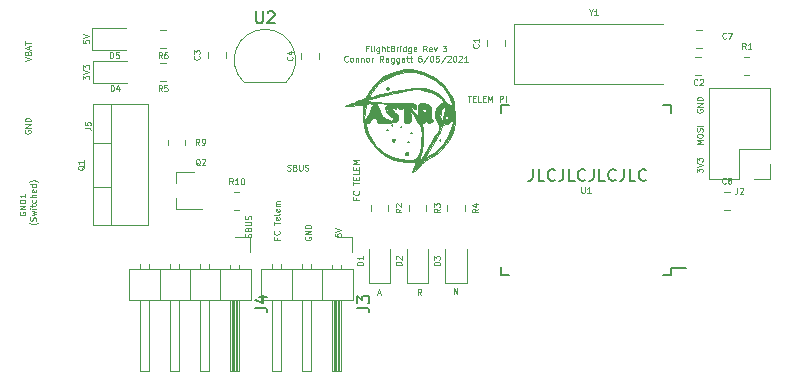
<source format=gbr>
%TF.GenerationSoftware,KiCad,Pcbnew,(5.1.9)-1*%
%TF.CreationDate,2021-05-10T08:30:50+10:00*%
%TF.ProjectId,FlightBridgePCB,466c6967-6874-4427-9269-646765504342,rev?*%
%TF.SameCoordinates,Original*%
%TF.FileFunction,Legend,Top*%
%TF.FilePolarity,Positive*%
%FSLAX46Y46*%
G04 Gerber Fmt 4.6, Leading zero omitted, Abs format (unit mm)*
G04 Created by KiCad (PCBNEW (5.1.9)-1) date 2021-05-10 08:30:50*
%MOMM*%
%LPD*%
G01*
G04 APERTURE LIST*
%ADD10C,0.150000*%
%ADD11C,0.125000*%
%ADD12C,0.010000*%
%ADD13C,0.120000*%
G04 APERTURE END LIST*
D10*
X154003952Y-86701380D02*
X154003952Y-87415666D01*
X153956333Y-87558523D01*
X153861095Y-87653761D01*
X153718238Y-87701380D01*
X153623000Y-87701380D01*
X154956333Y-87701380D02*
X154480142Y-87701380D01*
X154480142Y-86701380D01*
X155861095Y-87606142D02*
X155813476Y-87653761D01*
X155670619Y-87701380D01*
X155575380Y-87701380D01*
X155432523Y-87653761D01*
X155337285Y-87558523D01*
X155289666Y-87463285D01*
X155242047Y-87272809D01*
X155242047Y-87129952D01*
X155289666Y-86939476D01*
X155337285Y-86844238D01*
X155432523Y-86749000D01*
X155575380Y-86701380D01*
X155670619Y-86701380D01*
X155813476Y-86749000D01*
X155861095Y-86796619D01*
X156575380Y-86701380D02*
X156575380Y-87415666D01*
X156527761Y-87558523D01*
X156432523Y-87653761D01*
X156289666Y-87701380D01*
X156194428Y-87701380D01*
X157527761Y-87701380D02*
X157051571Y-87701380D01*
X157051571Y-86701380D01*
X158432523Y-87606142D02*
X158384904Y-87653761D01*
X158242047Y-87701380D01*
X158146809Y-87701380D01*
X158003952Y-87653761D01*
X157908714Y-87558523D01*
X157861095Y-87463285D01*
X157813476Y-87272809D01*
X157813476Y-87129952D01*
X157861095Y-86939476D01*
X157908714Y-86844238D01*
X158003952Y-86749000D01*
X158146809Y-86701380D01*
X158242047Y-86701380D01*
X158384904Y-86749000D01*
X158432523Y-86796619D01*
X159146809Y-86701380D02*
X159146809Y-87415666D01*
X159099190Y-87558523D01*
X159003952Y-87653761D01*
X158861095Y-87701380D01*
X158765857Y-87701380D01*
X160099190Y-87701380D02*
X159623000Y-87701380D01*
X159623000Y-86701380D01*
X161003952Y-87606142D02*
X160956333Y-87653761D01*
X160813476Y-87701380D01*
X160718238Y-87701380D01*
X160575380Y-87653761D01*
X160480142Y-87558523D01*
X160432523Y-87463285D01*
X160384904Y-87272809D01*
X160384904Y-87129952D01*
X160432523Y-86939476D01*
X160480142Y-86844238D01*
X160575380Y-86749000D01*
X160718238Y-86701380D01*
X160813476Y-86701380D01*
X160956333Y-86749000D01*
X161003952Y-86796619D01*
X161718238Y-86701380D02*
X161718238Y-87415666D01*
X161670619Y-87558523D01*
X161575380Y-87653761D01*
X161432523Y-87701380D01*
X161337285Y-87701380D01*
X162670619Y-87701380D02*
X162194428Y-87701380D01*
X162194428Y-86701380D01*
X163575380Y-87606142D02*
X163527761Y-87653761D01*
X163384904Y-87701380D01*
X163289666Y-87701380D01*
X163146809Y-87653761D01*
X163051571Y-87558523D01*
X163003952Y-87463285D01*
X162956333Y-87272809D01*
X162956333Y-87129952D01*
X163003952Y-86939476D01*
X163051571Y-86844238D01*
X163146809Y-86749000D01*
X163289666Y-86701380D01*
X163384904Y-86701380D01*
X163527761Y-86749000D01*
X163575380Y-86796619D01*
D11*
X139029285Y-89130000D02*
X139029285Y-89296666D01*
X139291190Y-89296666D02*
X138791190Y-89296666D01*
X138791190Y-89058571D01*
X139243571Y-88582380D02*
X139267380Y-88606190D01*
X139291190Y-88677619D01*
X139291190Y-88725238D01*
X139267380Y-88796666D01*
X139219761Y-88844285D01*
X139172142Y-88868095D01*
X139076904Y-88891904D01*
X139005476Y-88891904D01*
X138910238Y-88868095D01*
X138862619Y-88844285D01*
X138815000Y-88796666D01*
X138791190Y-88725238D01*
X138791190Y-88677619D01*
X138815000Y-88606190D01*
X138838809Y-88582380D01*
X138791190Y-88058571D02*
X138791190Y-87772857D01*
X139291190Y-87915714D02*
X138791190Y-87915714D01*
X139029285Y-87606190D02*
X139029285Y-87439523D01*
X139291190Y-87368095D02*
X139291190Y-87606190D01*
X138791190Y-87606190D01*
X138791190Y-87368095D01*
X139291190Y-86915714D02*
X139291190Y-87153809D01*
X138791190Y-87153809D01*
X139029285Y-86749047D02*
X139029285Y-86582380D01*
X139291190Y-86510952D02*
X139291190Y-86749047D01*
X138791190Y-86749047D01*
X138791190Y-86510952D01*
X139291190Y-86296666D02*
X138791190Y-86296666D01*
X139148333Y-86130000D01*
X138791190Y-85963333D01*
X139291190Y-85963333D01*
X133219142Y-86816380D02*
X133290571Y-86840190D01*
X133409619Y-86840190D01*
X133457238Y-86816380D01*
X133481047Y-86792571D01*
X133504857Y-86744952D01*
X133504857Y-86697333D01*
X133481047Y-86649714D01*
X133457238Y-86625904D01*
X133409619Y-86602095D01*
X133314380Y-86578285D01*
X133266761Y-86554476D01*
X133242952Y-86530666D01*
X133219142Y-86483047D01*
X133219142Y-86435428D01*
X133242952Y-86387809D01*
X133266761Y-86364000D01*
X133314380Y-86340190D01*
X133433428Y-86340190D01*
X133504857Y-86364000D01*
X133885809Y-86578285D02*
X133957238Y-86602095D01*
X133981047Y-86625904D01*
X134004857Y-86673523D01*
X134004857Y-86744952D01*
X133981047Y-86792571D01*
X133957238Y-86816380D01*
X133909619Y-86840190D01*
X133719142Y-86840190D01*
X133719142Y-86340190D01*
X133885809Y-86340190D01*
X133933428Y-86364000D01*
X133957238Y-86387809D01*
X133981047Y-86435428D01*
X133981047Y-86483047D01*
X133957238Y-86530666D01*
X133933428Y-86554476D01*
X133885809Y-86578285D01*
X133719142Y-86578285D01*
X134219142Y-86340190D02*
X134219142Y-86744952D01*
X134242952Y-86792571D01*
X134266761Y-86816380D01*
X134314380Y-86840190D01*
X134409619Y-86840190D01*
X134457238Y-86816380D01*
X134481047Y-86792571D01*
X134504857Y-86744952D01*
X134504857Y-86340190D01*
X134719142Y-86816380D02*
X134790571Y-86840190D01*
X134909619Y-86840190D01*
X134957238Y-86816380D01*
X134981047Y-86792571D01*
X135004857Y-86744952D01*
X135004857Y-86697333D01*
X134981047Y-86649714D01*
X134957238Y-86625904D01*
X134909619Y-86602095D01*
X134814380Y-86578285D01*
X134766761Y-86554476D01*
X134742952Y-86530666D01*
X134719142Y-86483047D01*
X134719142Y-86435428D01*
X134742952Y-86387809D01*
X134766761Y-86364000D01*
X134814380Y-86340190D01*
X134933428Y-86340190D01*
X135004857Y-86364000D01*
X147304142Y-97254190D02*
X147304142Y-96754190D01*
X147589857Y-97254190D01*
X147589857Y-96754190D01*
X144553761Y-97381190D02*
X144387095Y-97143095D01*
X144268047Y-97381190D02*
X144268047Y-96881190D01*
X144458523Y-96881190D01*
X144506142Y-96905000D01*
X144529952Y-96928809D01*
X144553761Y-96976428D01*
X144553761Y-97047857D01*
X144529952Y-97095476D01*
X144506142Y-97119285D01*
X144458523Y-97143095D01*
X144268047Y-97143095D01*
X140850952Y-97238333D02*
X141089047Y-97238333D01*
X140803333Y-97381190D02*
X140970000Y-96881190D01*
X141136666Y-97381190D01*
X148471142Y-80498190D02*
X148756857Y-80498190D01*
X148614000Y-80998190D02*
X148614000Y-80498190D01*
X148923523Y-80736285D02*
X149090190Y-80736285D01*
X149161619Y-80998190D02*
X148923523Y-80998190D01*
X148923523Y-80498190D01*
X149161619Y-80498190D01*
X149614000Y-80998190D02*
X149375904Y-80998190D01*
X149375904Y-80498190D01*
X149780666Y-80736285D02*
X149947333Y-80736285D01*
X150018761Y-80998190D02*
X149780666Y-80998190D01*
X149780666Y-80498190D01*
X150018761Y-80498190D01*
X150233047Y-80998190D02*
X150233047Y-80498190D01*
X150399714Y-80855333D01*
X150566380Y-80498190D01*
X150566380Y-80998190D01*
X151185428Y-80998190D02*
X151185428Y-80498190D01*
X151375904Y-80498190D01*
X151423523Y-80522000D01*
X151447333Y-80545809D01*
X151471142Y-80593428D01*
X151471142Y-80664857D01*
X151447333Y-80712476D01*
X151423523Y-80736285D01*
X151375904Y-80760095D01*
X151185428Y-80760095D01*
X151685428Y-80998190D02*
X151685428Y-80498190D01*
X110978190Y-77529428D02*
X111478190Y-77362761D01*
X110978190Y-77196095D01*
X111216285Y-76862761D02*
X111240095Y-76791333D01*
X111263904Y-76767523D01*
X111311523Y-76743714D01*
X111382952Y-76743714D01*
X111430571Y-76767523D01*
X111454380Y-76791333D01*
X111478190Y-76838952D01*
X111478190Y-77029428D01*
X110978190Y-77029428D01*
X110978190Y-76862761D01*
X111002000Y-76815142D01*
X111025809Y-76791333D01*
X111073428Y-76767523D01*
X111121047Y-76767523D01*
X111168666Y-76791333D01*
X111192476Y-76815142D01*
X111216285Y-76862761D01*
X111216285Y-77029428D01*
X111335333Y-76553238D02*
X111335333Y-76315142D01*
X111478190Y-76600857D02*
X110978190Y-76434190D01*
X111478190Y-76267523D01*
X110978190Y-76172285D02*
X110978190Y-75886571D01*
X111478190Y-76029428D02*
X110978190Y-76029428D01*
X111002000Y-83438952D02*
X110978190Y-83486571D01*
X110978190Y-83558000D01*
X111002000Y-83629428D01*
X111049619Y-83677047D01*
X111097238Y-83700857D01*
X111192476Y-83724666D01*
X111263904Y-83724666D01*
X111359142Y-83700857D01*
X111406761Y-83677047D01*
X111454380Y-83629428D01*
X111478190Y-83558000D01*
X111478190Y-83510380D01*
X111454380Y-83438952D01*
X111430571Y-83415142D01*
X111263904Y-83415142D01*
X111263904Y-83510380D01*
X111478190Y-83200857D02*
X110978190Y-83200857D01*
X111478190Y-82915142D01*
X110978190Y-82915142D01*
X111478190Y-82677047D02*
X110978190Y-82677047D01*
X110978190Y-82558000D01*
X111002000Y-82486571D01*
X111049619Y-82438952D01*
X111097238Y-82415142D01*
X111192476Y-82391333D01*
X111263904Y-82391333D01*
X111359142Y-82415142D01*
X111406761Y-82438952D01*
X111454380Y-82486571D01*
X111478190Y-82558000D01*
X111478190Y-82677047D01*
X110564500Y-90344523D02*
X110540690Y-90392142D01*
X110540690Y-90463571D01*
X110564500Y-90535000D01*
X110612119Y-90582619D01*
X110659738Y-90606428D01*
X110754976Y-90630238D01*
X110826404Y-90630238D01*
X110921642Y-90606428D01*
X110969261Y-90582619D01*
X111016880Y-90535000D01*
X111040690Y-90463571D01*
X111040690Y-90415952D01*
X111016880Y-90344523D01*
X110993071Y-90320714D01*
X110826404Y-90320714D01*
X110826404Y-90415952D01*
X111040690Y-90106428D02*
X110540690Y-90106428D01*
X111040690Y-89820714D01*
X110540690Y-89820714D01*
X111040690Y-89582619D02*
X110540690Y-89582619D01*
X110540690Y-89463571D01*
X110564500Y-89392142D01*
X110612119Y-89344523D01*
X110659738Y-89320714D01*
X110754976Y-89296904D01*
X110826404Y-89296904D01*
X110921642Y-89320714D01*
X110969261Y-89344523D01*
X111016880Y-89392142D01*
X111040690Y-89463571D01*
X111040690Y-89582619D01*
X111040690Y-88820714D02*
X111040690Y-89106428D01*
X111040690Y-88963571D02*
X110540690Y-88963571D01*
X110612119Y-89011190D01*
X110659738Y-89058809D01*
X110683547Y-89106428D01*
X112106166Y-91249285D02*
X112082357Y-91273095D01*
X112010928Y-91320714D01*
X111963309Y-91344523D01*
X111891880Y-91368333D01*
X111772833Y-91392142D01*
X111677595Y-91392142D01*
X111558547Y-91368333D01*
X111487119Y-91344523D01*
X111439500Y-91320714D01*
X111368071Y-91273095D01*
X111344261Y-91249285D01*
X111891880Y-91082619D02*
X111915690Y-91011190D01*
X111915690Y-90892142D01*
X111891880Y-90844523D01*
X111868071Y-90820714D01*
X111820452Y-90796904D01*
X111772833Y-90796904D01*
X111725214Y-90820714D01*
X111701404Y-90844523D01*
X111677595Y-90892142D01*
X111653785Y-90987380D01*
X111629976Y-91035000D01*
X111606166Y-91058809D01*
X111558547Y-91082619D01*
X111510928Y-91082619D01*
X111463309Y-91058809D01*
X111439500Y-91035000D01*
X111415690Y-90987380D01*
X111415690Y-90868333D01*
X111439500Y-90796904D01*
X111582357Y-90630238D02*
X111915690Y-90535000D01*
X111677595Y-90439761D01*
X111915690Y-90344523D01*
X111582357Y-90249285D01*
X111915690Y-90058809D02*
X111582357Y-90058809D01*
X111415690Y-90058809D02*
X111439500Y-90082619D01*
X111463309Y-90058809D01*
X111439500Y-90035000D01*
X111415690Y-90058809D01*
X111463309Y-90058809D01*
X111582357Y-89892142D02*
X111582357Y-89701666D01*
X111415690Y-89820714D02*
X111844261Y-89820714D01*
X111891880Y-89796904D01*
X111915690Y-89749285D01*
X111915690Y-89701666D01*
X111891880Y-89320714D02*
X111915690Y-89368333D01*
X111915690Y-89463571D01*
X111891880Y-89511190D01*
X111868071Y-89535000D01*
X111820452Y-89558809D01*
X111677595Y-89558809D01*
X111629976Y-89535000D01*
X111606166Y-89511190D01*
X111582357Y-89463571D01*
X111582357Y-89368333D01*
X111606166Y-89320714D01*
X111915690Y-89106428D02*
X111415690Y-89106428D01*
X111915690Y-88892142D02*
X111653785Y-88892142D01*
X111606166Y-88915952D01*
X111582357Y-88963571D01*
X111582357Y-89035000D01*
X111606166Y-89082619D01*
X111629976Y-89106428D01*
X111891880Y-88463571D02*
X111915690Y-88511190D01*
X111915690Y-88606428D01*
X111891880Y-88654047D01*
X111844261Y-88677857D01*
X111653785Y-88677857D01*
X111606166Y-88654047D01*
X111582357Y-88606428D01*
X111582357Y-88511190D01*
X111606166Y-88463571D01*
X111653785Y-88439761D01*
X111701404Y-88439761D01*
X111749023Y-88677857D01*
X111915690Y-88011190D02*
X111415690Y-88011190D01*
X111891880Y-88011190D02*
X111915690Y-88058809D01*
X111915690Y-88154047D01*
X111891880Y-88201666D01*
X111868071Y-88225476D01*
X111820452Y-88249285D01*
X111677595Y-88249285D01*
X111629976Y-88225476D01*
X111606166Y-88201666D01*
X111582357Y-88154047D01*
X111582357Y-88058809D01*
X111606166Y-88011190D01*
X112106166Y-87820714D02*
X112082357Y-87796904D01*
X112010928Y-87749285D01*
X111963309Y-87725476D01*
X111891880Y-87701666D01*
X111772833Y-87677857D01*
X111677595Y-87677857D01*
X111558547Y-87701666D01*
X111487119Y-87725476D01*
X111439500Y-87749285D01*
X111368071Y-87796904D01*
X111344261Y-87820714D01*
X140017904Y-76488785D02*
X139851238Y-76488785D01*
X139851238Y-76750690D02*
X139851238Y-76250690D01*
X140089333Y-76250690D01*
X140351238Y-76750690D02*
X140303619Y-76726880D01*
X140279809Y-76679261D01*
X140279809Y-76250690D01*
X140541714Y-76750690D02*
X140541714Y-76417357D01*
X140541714Y-76250690D02*
X140517904Y-76274500D01*
X140541714Y-76298309D01*
X140565523Y-76274500D01*
X140541714Y-76250690D01*
X140541714Y-76298309D01*
X140994095Y-76417357D02*
X140994095Y-76822119D01*
X140970285Y-76869738D01*
X140946476Y-76893547D01*
X140898857Y-76917357D01*
X140827428Y-76917357D01*
X140779809Y-76893547D01*
X140994095Y-76726880D02*
X140946476Y-76750690D01*
X140851238Y-76750690D01*
X140803619Y-76726880D01*
X140779809Y-76703071D01*
X140756000Y-76655452D01*
X140756000Y-76512595D01*
X140779809Y-76464976D01*
X140803619Y-76441166D01*
X140851238Y-76417357D01*
X140946476Y-76417357D01*
X140994095Y-76441166D01*
X141232190Y-76750690D02*
X141232190Y-76250690D01*
X141446476Y-76750690D02*
X141446476Y-76488785D01*
X141422666Y-76441166D01*
X141375047Y-76417357D01*
X141303619Y-76417357D01*
X141256000Y-76441166D01*
X141232190Y-76464976D01*
X141613142Y-76417357D02*
X141803619Y-76417357D01*
X141684571Y-76250690D02*
X141684571Y-76679261D01*
X141708380Y-76726880D01*
X141756000Y-76750690D01*
X141803619Y-76750690D01*
X142136952Y-76488785D02*
X142208380Y-76512595D01*
X142232190Y-76536404D01*
X142256000Y-76584023D01*
X142256000Y-76655452D01*
X142232190Y-76703071D01*
X142208380Y-76726880D01*
X142160761Y-76750690D01*
X141970285Y-76750690D01*
X141970285Y-76250690D01*
X142136952Y-76250690D01*
X142184571Y-76274500D01*
X142208380Y-76298309D01*
X142232190Y-76345928D01*
X142232190Y-76393547D01*
X142208380Y-76441166D01*
X142184571Y-76464976D01*
X142136952Y-76488785D01*
X141970285Y-76488785D01*
X142470285Y-76750690D02*
X142470285Y-76417357D01*
X142470285Y-76512595D02*
X142494095Y-76464976D01*
X142517904Y-76441166D01*
X142565523Y-76417357D01*
X142613142Y-76417357D01*
X142779809Y-76750690D02*
X142779809Y-76417357D01*
X142779809Y-76250690D02*
X142756000Y-76274500D01*
X142779809Y-76298309D01*
X142803619Y-76274500D01*
X142779809Y-76250690D01*
X142779809Y-76298309D01*
X143232190Y-76750690D02*
X143232190Y-76250690D01*
X143232190Y-76726880D02*
X143184571Y-76750690D01*
X143089333Y-76750690D01*
X143041714Y-76726880D01*
X143017904Y-76703071D01*
X142994095Y-76655452D01*
X142994095Y-76512595D01*
X143017904Y-76464976D01*
X143041714Y-76441166D01*
X143089333Y-76417357D01*
X143184571Y-76417357D01*
X143232190Y-76441166D01*
X143684571Y-76417357D02*
X143684571Y-76822119D01*
X143660761Y-76869738D01*
X143636952Y-76893547D01*
X143589333Y-76917357D01*
X143517904Y-76917357D01*
X143470285Y-76893547D01*
X143684571Y-76726880D02*
X143636952Y-76750690D01*
X143541714Y-76750690D01*
X143494095Y-76726880D01*
X143470285Y-76703071D01*
X143446476Y-76655452D01*
X143446476Y-76512595D01*
X143470285Y-76464976D01*
X143494095Y-76441166D01*
X143541714Y-76417357D01*
X143636952Y-76417357D01*
X143684571Y-76441166D01*
X144113142Y-76726880D02*
X144065523Y-76750690D01*
X143970285Y-76750690D01*
X143922666Y-76726880D01*
X143898857Y-76679261D01*
X143898857Y-76488785D01*
X143922666Y-76441166D01*
X143970285Y-76417357D01*
X144065523Y-76417357D01*
X144113142Y-76441166D01*
X144136952Y-76488785D01*
X144136952Y-76536404D01*
X143898857Y-76584023D01*
X145017904Y-76750690D02*
X144851238Y-76512595D01*
X144732190Y-76750690D02*
X144732190Y-76250690D01*
X144922666Y-76250690D01*
X144970285Y-76274500D01*
X144994095Y-76298309D01*
X145017904Y-76345928D01*
X145017904Y-76417357D01*
X144994095Y-76464976D01*
X144970285Y-76488785D01*
X144922666Y-76512595D01*
X144732190Y-76512595D01*
X145422666Y-76726880D02*
X145375047Y-76750690D01*
X145279809Y-76750690D01*
X145232190Y-76726880D01*
X145208380Y-76679261D01*
X145208380Y-76488785D01*
X145232190Y-76441166D01*
X145279809Y-76417357D01*
X145375047Y-76417357D01*
X145422666Y-76441166D01*
X145446476Y-76488785D01*
X145446476Y-76536404D01*
X145208380Y-76584023D01*
X145613142Y-76417357D02*
X145732190Y-76750690D01*
X145851238Y-76417357D01*
X146375047Y-76250690D02*
X146684571Y-76250690D01*
X146517904Y-76441166D01*
X146589333Y-76441166D01*
X146636952Y-76464976D01*
X146660761Y-76488785D01*
X146684571Y-76536404D01*
X146684571Y-76655452D01*
X146660761Y-76703071D01*
X146636952Y-76726880D01*
X146589333Y-76750690D01*
X146446476Y-76750690D01*
X146398857Y-76726880D01*
X146375047Y-76703071D01*
X138339333Y-77578071D02*
X138315523Y-77601880D01*
X138244095Y-77625690D01*
X138196476Y-77625690D01*
X138125047Y-77601880D01*
X138077428Y-77554261D01*
X138053619Y-77506642D01*
X138029809Y-77411404D01*
X138029809Y-77339976D01*
X138053619Y-77244738D01*
X138077428Y-77197119D01*
X138125047Y-77149500D01*
X138196476Y-77125690D01*
X138244095Y-77125690D01*
X138315523Y-77149500D01*
X138339333Y-77173309D01*
X138625047Y-77625690D02*
X138577428Y-77601880D01*
X138553619Y-77578071D01*
X138529809Y-77530452D01*
X138529809Y-77387595D01*
X138553619Y-77339976D01*
X138577428Y-77316166D01*
X138625047Y-77292357D01*
X138696476Y-77292357D01*
X138744095Y-77316166D01*
X138767904Y-77339976D01*
X138791714Y-77387595D01*
X138791714Y-77530452D01*
X138767904Y-77578071D01*
X138744095Y-77601880D01*
X138696476Y-77625690D01*
X138625047Y-77625690D01*
X139006000Y-77292357D02*
X139006000Y-77625690D01*
X139006000Y-77339976D02*
X139029809Y-77316166D01*
X139077428Y-77292357D01*
X139148857Y-77292357D01*
X139196476Y-77316166D01*
X139220285Y-77363785D01*
X139220285Y-77625690D01*
X139458380Y-77292357D02*
X139458380Y-77625690D01*
X139458380Y-77339976D02*
X139482190Y-77316166D01*
X139529809Y-77292357D01*
X139601238Y-77292357D01*
X139648857Y-77316166D01*
X139672666Y-77363785D01*
X139672666Y-77625690D01*
X139982190Y-77625690D02*
X139934571Y-77601880D01*
X139910761Y-77578071D01*
X139886952Y-77530452D01*
X139886952Y-77387595D01*
X139910761Y-77339976D01*
X139934571Y-77316166D01*
X139982190Y-77292357D01*
X140053619Y-77292357D01*
X140101238Y-77316166D01*
X140125047Y-77339976D01*
X140148857Y-77387595D01*
X140148857Y-77530452D01*
X140125047Y-77578071D01*
X140101238Y-77601880D01*
X140053619Y-77625690D01*
X139982190Y-77625690D01*
X140363142Y-77625690D02*
X140363142Y-77292357D01*
X140363142Y-77387595D02*
X140386952Y-77339976D01*
X140410761Y-77316166D01*
X140458380Y-77292357D01*
X140506000Y-77292357D01*
X141339333Y-77625690D02*
X141172666Y-77387595D01*
X141053619Y-77625690D02*
X141053619Y-77125690D01*
X141244095Y-77125690D01*
X141291714Y-77149500D01*
X141315523Y-77173309D01*
X141339333Y-77220928D01*
X141339333Y-77292357D01*
X141315523Y-77339976D01*
X141291714Y-77363785D01*
X141244095Y-77387595D01*
X141053619Y-77387595D01*
X141767904Y-77625690D02*
X141767904Y-77363785D01*
X141744095Y-77316166D01*
X141696476Y-77292357D01*
X141601238Y-77292357D01*
X141553619Y-77316166D01*
X141767904Y-77601880D02*
X141720285Y-77625690D01*
X141601238Y-77625690D01*
X141553619Y-77601880D01*
X141529809Y-77554261D01*
X141529809Y-77506642D01*
X141553619Y-77459023D01*
X141601238Y-77435214D01*
X141720285Y-77435214D01*
X141767904Y-77411404D01*
X142220285Y-77292357D02*
X142220285Y-77697119D01*
X142196476Y-77744738D01*
X142172666Y-77768547D01*
X142125047Y-77792357D01*
X142053619Y-77792357D01*
X142006000Y-77768547D01*
X142220285Y-77601880D02*
X142172666Y-77625690D01*
X142077428Y-77625690D01*
X142029809Y-77601880D01*
X142006000Y-77578071D01*
X141982190Y-77530452D01*
X141982190Y-77387595D01*
X142006000Y-77339976D01*
X142029809Y-77316166D01*
X142077428Y-77292357D01*
X142172666Y-77292357D01*
X142220285Y-77316166D01*
X142672666Y-77292357D02*
X142672666Y-77697119D01*
X142648857Y-77744738D01*
X142625047Y-77768547D01*
X142577428Y-77792357D01*
X142506000Y-77792357D01*
X142458380Y-77768547D01*
X142672666Y-77601880D02*
X142625047Y-77625690D01*
X142529809Y-77625690D01*
X142482190Y-77601880D01*
X142458380Y-77578071D01*
X142434571Y-77530452D01*
X142434571Y-77387595D01*
X142458380Y-77339976D01*
X142482190Y-77316166D01*
X142529809Y-77292357D01*
X142625047Y-77292357D01*
X142672666Y-77316166D01*
X143125047Y-77625690D02*
X143125047Y-77363785D01*
X143101238Y-77316166D01*
X143053619Y-77292357D01*
X142958380Y-77292357D01*
X142910761Y-77316166D01*
X143125047Y-77601880D02*
X143077428Y-77625690D01*
X142958380Y-77625690D01*
X142910761Y-77601880D01*
X142886952Y-77554261D01*
X142886952Y-77506642D01*
X142910761Y-77459023D01*
X142958380Y-77435214D01*
X143077428Y-77435214D01*
X143125047Y-77411404D01*
X143291714Y-77292357D02*
X143482190Y-77292357D01*
X143363142Y-77125690D02*
X143363142Y-77554261D01*
X143386952Y-77601880D01*
X143434571Y-77625690D01*
X143482190Y-77625690D01*
X143577428Y-77292357D02*
X143767904Y-77292357D01*
X143648857Y-77125690D02*
X143648857Y-77554261D01*
X143672666Y-77601880D01*
X143720285Y-77625690D01*
X143767904Y-77625690D01*
X144529809Y-77125690D02*
X144434571Y-77125690D01*
X144386952Y-77149500D01*
X144363142Y-77173309D01*
X144315523Y-77244738D01*
X144291714Y-77339976D01*
X144291714Y-77530452D01*
X144315523Y-77578071D01*
X144339333Y-77601880D01*
X144386952Y-77625690D01*
X144482190Y-77625690D01*
X144529809Y-77601880D01*
X144553619Y-77578071D01*
X144577428Y-77530452D01*
X144577428Y-77411404D01*
X144553619Y-77363785D01*
X144529809Y-77339976D01*
X144482190Y-77316166D01*
X144386952Y-77316166D01*
X144339333Y-77339976D01*
X144315523Y-77363785D01*
X144291714Y-77411404D01*
X145148857Y-77101880D02*
X144720285Y-77744738D01*
X145410761Y-77125690D02*
X145458380Y-77125690D01*
X145506000Y-77149500D01*
X145529809Y-77173309D01*
X145553619Y-77220928D01*
X145577428Y-77316166D01*
X145577428Y-77435214D01*
X145553619Y-77530452D01*
X145529809Y-77578071D01*
X145506000Y-77601880D01*
X145458380Y-77625690D01*
X145410761Y-77625690D01*
X145363142Y-77601880D01*
X145339333Y-77578071D01*
X145315523Y-77530452D01*
X145291714Y-77435214D01*
X145291714Y-77316166D01*
X145315523Y-77220928D01*
X145339333Y-77173309D01*
X145363142Y-77149500D01*
X145410761Y-77125690D01*
X146029809Y-77125690D02*
X145791714Y-77125690D01*
X145767904Y-77363785D01*
X145791714Y-77339976D01*
X145839333Y-77316166D01*
X145958380Y-77316166D01*
X146006000Y-77339976D01*
X146029809Y-77363785D01*
X146053619Y-77411404D01*
X146053619Y-77530452D01*
X146029809Y-77578071D01*
X146006000Y-77601880D01*
X145958380Y-77625690D01*
X145839333Y-77625690D01*
X145791714Y-77601880D01*
X145767904Y-77578071D01*
X146625047Y-77101880D02*
X146196476Y-77744738D01*
X146767904Y-77173309D02*
X146791714Y-77149500D01*
X146839333Y-77125690D01*
X146958380Y-77125690D01*
X147006000Y-77149500D01*
X147029809Y-77173309D01*
X147053619Y-77220928D01*
X147053619Y-77268547D01*
X147029809Y-77339976D01*
X146744095Y-77625690D01*
X147053619Y-77625690D01*
X147363142Y-77125690D02*
X147410761Y-77125690D01*
X147458380Y-77149500D01*
X147482190Y-77173309D01*
X147506000Y-77220928D01*
X147529809Y-77316166D01*
X147529809Y-77435214D01*
X147506000Y-77530452D01*
X147482190Y-77578071D01*
X147458380Y-77601880D01*
X147410761Y-77625690D01*
X147363142Y-77625690D01*
X147315523Y-77601880D01*
X147291714Y-77578071D01*
X147267904Y-77530452D01*
X147244095Y-77435214D01*
X147244095Y-77316166D01*
X147267904Y-77220928D01*
X147291714Y-77173309D01*
X147315523Y-77149500D01*
X147363142Y-77125690D01*
X147720285Y-77173309D02*
X147744095Y-77149500D01*
X147791714Y-77125690D01*
X147910761Y-77125690D01*
X147958380Y-77149500D01*
X147982190Y-77173309D01*
X148006000Y-77220928D01*
X148006000Y-77268547D01*
X147982190Y-77339976D01*
X147696476Y-77625690D01*
X148006000Y-77625690D01*
X148482190Y-77625690D02*
X148196476Y-77625690D01*
X148339333Y-77625690D02*
X148339333Y-77125690D01*
X148291714Y-77197119D01*
X148244095Y-77244738D01*
X148196476Y-77268547D01*
X167874190Y-86979047D02*
X167874190Y-86669523D01*
X168064666Y-86836190D01*
X168064666Y-86764761D01*
X168088476Y-86717142D01*
X168112285Y-86693333D01*
X168159904Y-86669523D01*
X168278952Y-86669523D01*
X168326571Y-86693333D01*
X168350380Y-86717142D01*
X168374190Y-86764761D01*
X168374190Y-86907619D01*
X168350380Y-86955238D01*
X168326571Y-86979047D01*
X167874190Y-86526666D02*
X168374190Y-86360000D01*
X167874190Y-86193333D01*
X167874190Y-86074285D02*
X167874190Y-85764761D01*
X168064666Y-85931428D01*
X168064666Y-85860000D01*
X168088476Y-85812380D01*
X168112285Y-85788571D01*
X168159904Y-85764761D01*
X168278952Y-85764761D01*
X168326571Y-85788571D01*
X168350380Y-85812380D01*
X168374190Y-85860000D01*
X168374190Y-86002857D01*
X168350380Y-86050476D01*
X168326571Y-86074285D01*
X168374190Y-84605714D02*
X167874190Y-84605714D01*
X168231333Y-84439047D01*
X167874190Y-84272380D01*
X168374190Y-84272380D01*
X167874190Y-83939047D02*
X167874190Y-83843809D01*
X167898000Y-83796190D01*
X167945619Y-83748571D01*
X168040857Y-83724761D01*
X168207523Y-83724761D01*
X168302761Y-83748571D01*
X168350380Y-83796190D01*
X168374190Y-83843809D01*
X168374190Y-83939047D01*
X168350380Y-83986666D01*
X168302761Y-84034285D01*
X168207523Y-84058095D01*
X168040857Y-84058095D01*
X167945619Y-84034285D01*
X167898000Y-83986666D01*
X167874190Y-83939047D01*
X168350380Y-83534285D02*
X168374190Y-83462857D01*
X168374190Y-83343809D01*
X168350380Y-83296190D01*
X168326571Y-83272380D01*
X168278952Y-83248571D01*
X168231333Y-83248571D01*
X168183714Y-83272380D01*
X168159904Y-83296190D01*
X168136095Y-83343809D01*
X168112285Y-83439047D01*
X168088476Y-83486666D01*
X168064666Y-83510476D01*
X168017047Y-83534285D01*
X167969428Y-83534285D01*
X167921809Y-83510476D01*
X167898000Y-83486666D01*
X167874190Y-83439047D01*
X167874190Y-83320000D01*
X167898000Y-83248571D01*
X168374190Y-83034285D02*
X167874190Y-83034285D01*
X167898000Y-81660952D02*
X167874190Y-81708571D01*
X167874190Y-81780000D01*
X167898000Y-81851428D01*
X167945619Y-81899047D01*
X167993238Y-81922857D01*
X168088476Y-81946666D01*
X168159904Y-81946666D01*
X168255142Y-81922857D01*
X168302761Y-81899047D01*
X168350380Y-81851428D01*
X168374190Y-81780000D01*
X168374190Y-81732380D01*
X168350380Y-81660952D01*
X168326571Y-81637142D01*
X168159904Y-81637142D01*
X168159904Y-81732380D01*
X168374190Y-81422857D02*
X167874190Y-81422857D01*
X168374190Y-81137142D01*
X167874190Y-81137142D01*
X168374190Y-80899047D02*
X167874190Y-80899047D01*
X167874190Y-80780000D01*
X167898000Y-80708571D01*
X167945619Y-80660952D01*
X167993238Y-80637142D01*
X168088476Y-80613333D01*
X168159904Y-80613333D01*
X168255142Y-80637142D01*
X168302761Y-80660952D01*
X168350380Y-80708571D01*
X168374190Y-80780000D01*
X168374190Y-80899047D01*
X130123380Y-92459857D02*
X130147190Y-92388428D01*
X130147190Y-92269380D01*
X130123380Y-92221761D01*
X130099571Y-92197952D01*
X130051952Y-92174142D01*
X130004333Y-92174142D01*
X129956714Y-92197952D01*
X129932904Y-92221761D01*
X129909095Y-92269380D01*
X129885285Y-92364619D01*
X129861476Y-92412238D01*
X129837666Y-92436047D01*
X129790047Y-92459857D01*
X129742428Y-92459857D01*
X129694809Y-92436047D01*
X129671000Y-92412238D01*
X129647190Y-92364619D01*
X129647190Y-92245571D01*
X129671000Y-92174142D01*
X129885285Y-91793190D02*
X129909095Y-91721761D01*
X129932904Y-91697952D01*
X129980523Y-91674142D01*
X130051952Y-91674142D01*
X130099571Y-91697952D01*
X130123380Y-91721761D01*
X130147190Y-91769380D01*
X130147190Y-91959857D01*
X129647190Y-91959857D01*
X129647190Y-91793190D01*
X129671000Y-91745571D01*
X129694809Y-91721761D01*
X129742428Y-91697952D01*
X129790047Y-91697952D01*
X129837666Y-91721761D01*
X129861476Y-91745571D01*
X129885285Y-91793190D01*
X129885285Y-91959857D01*
X129647190Y-91459857D02*
X130051952Y-91459857D01*
X130099571Y-91436047D01*
X130123380Y-91412238D01*
X130147190Y-91364619D01*
X130147190Y-91269380D01*
X130123380Y-91221761D01*
X130099571Y-91197952D01*
X130051952Y-91174142D01*
X129647190Y-91174142D01*
X130123380Y-90959857D02*
X130147190Y-90888428D01*
X130147190Y-90769380D01*
X130123380Y-90721761D01*
X130099571Y-90697952D01*
X130051952Y-90674142D01*
X130004333Y-90674142D01*
X129956714Y-90697952D01*
X129932904Y-90721761D01*
X129909095Y-90769380D01*
X129885285Y-90864619D01*
X129861476Y-90912238D01*
X129837666Y-90936047D01*
X129790047Y-90959857D01*
X129742428Y-90959857D01*
X129694809Y-90936047D01*
X129671000Y-90912238D01*
X129647190Y-90864619D01*
X129647190Y-90745571D01*
X129671000Y-90674142D01*
X132298285Y-92511380D02*
X132298285Y-92678047D01*
X132560190Y-92678047D02*
X132060190Y-92678047D01*
X132060190Y-92439952D01*
X132512571Y-91963761D02*
X132536380Y-91987571D01*
X132560190Y-92059000D01*
X132560190Y-92106619D01*
X132536380Y-92178047D01*
X132488761Y-92225666D01*
X132441142Y-92249476D01*
X132345904Y-92273285D01*
X132274476Y-92273285D01*
X132179238Y-92249476D01*
X132131619Y-92225666D01*
X132084000Y-92178047D01*
X132060190Y-92106619D01*
X132060190Y-92059000D01*
X132084000Y-91987571D01*
X132107809Y-91963761D01*
X132060190Y-91439952D02*
X132060190Y-91154238D01*
X132560190Y-91297095D02*
X132060190Y-91297095D01*
X132536380Y-90797095D02*
X132560190Y-90844714D01*
X132560190Y-90939952D01*
X132536380Y-90987571D01*
X132488761Y-91011380D01*
X132298285Y-91011380D01*
X132250666Y-90987571D01*
X132226857Y-90939952D01*
X132226857Y-90844714D01*
X132250666Y-90797095D01*
X132298285Y-90773285D01*
X132345904Y-90773285D01*
X132393523Y-91011380D01*
X132560190Y-90487571D02*
X132536380Y-90535190D01*
X132488761Y-90559000D01*
X132060190Y-90559000D01*
X132536380Y-90106619D02*
X132560190Y-90154238D01*
X132560190Y-90249476D01*
X132536380Y-90297095D01*
X132488761Y-90320904D01*
X132298285Y-90320904D01*
X132250666Y-90297095D01*
X132226857Y-90249476D01*
X132226857Y-90154238D01*
X132250666Y-90106619D01*
X132298285Y-90082809D01*
X132345904Y-90082809D01*
X132393523Y-90320904D01*
X132560190Y-89868523D02*
X132226857Y-89868523D01*
X132274476Y-89868523D02*
X132250666Y-89844714D01*
X132226857Y-89797095D01*
X132226857Y-89725666D01*
X132250666Y-89678047D01*
X132298285Y-89654238D01*
X132560190Y-89654238D01*
X132298285Y-89654238D02*
X132250666Y-89630428D01*
X132226857Y-89582809D01*
X132226857Y-89511380D01*
X132250666Y-89463761D01*
X132298285Y-89439952D01*
X132560190Y-89439952D01*
X134751000Y-92455952D02*
X134727190Y-92503571D01*
X134727190Y-92575000D01*
X134751000Y-92646428D01*
X134798619Y-92694047D01*
X134846238Y-92717857D01*
X134941476Y-92741666D01*
X135012904Y-92741666D01*
X135108142Y-92717857D01*
X135155761Y-92694047D01*
X135203380Y-92646428D01*
X135227190Y-92575000D01*
X135227190Y-92527380D01*
X135203380Y-92455952D01*
X135179571Y-92432142D01*
X135012904Y-92432142D01*
X135012904Y-92527380D01*
X135227190Y-92217857D02*
X134727190Y-92217857D01*
X135227190Y-91932142D01*
X134727190Y-91932142D01*
X135227190Y-91694047D02*
X134727190Y-91694047D01*
X134727190Y-91575000D01*
X134751000Y-91503571D01*
X134798619Y-91455952D01*
X134846238Y-91432142D01*
X134941476Y-91408333D01*
X135012904Y-91408333D01*
X135108142Y-91432142D01*
X135155761Y-91455952D01*
X135203380Y-91503571D01*
X135227190Y-91575000D01*
X135227190Y-91694047D01*
X137267190Y-92170238D02*
X137267190Y-92408333D01*
X137505285Y-92432142D01*
X137481476Y-92408333D01*
X137457666Y-92360714D01*
X137457666Y-92241666D01*
X137481476Y-92194047D01*
X137505285Y-92170238D01*
X137552904Y-92146428D01*
X137671952Y-92146428D01*
X137719571Y-92170238D01*
X137743380Y-92194047D01*
X137767190Y-92241666D01*
X137767190Y-92360714D01*
X137743380Y-92408333D01*
X137719571Y-92432142D01*
X137267190Y-92003571D02*
X137767190Y-91836904D01*
X137267190Y-91670238D01*
X115931190Y-79105047D02*
X115931190Y-78795523D01*
X116121666Y-78962190D01*
X116121666Y-78890761D01*
X116145476Y-78843142D01*
X116169285Y-78819333D01*
X116216904Y-78795523D01*
X116335952Y-78795523D01*
X116383571Y-78819333D01*
X116407380Y-78843142D01*
X116431190Y-78890761D01*
X116431190Y-79033619D01*
X116407380Y-79081238D01*
X116383571Y-79105047D01*
X115931190Y-78652666D02*
X116431190Y-78486000D01*
X115931190Y-78319333D01*
X115931190Y-78200285D02*
X115931190Y-77890761D01*
X116121666Y-78057428D01*
X116121666Y-77986000D01*
X116145476Y-77938380D01*
X116169285Y-77914571D01*
X116216904Y-77890761D01*
X116335952Y-77890761D01*
X116383571Y-77914571D01*
X116407380Y-77938380D01*
X116431190Y-77986000D01*
X116431190Y-78128857D01*
X116407380Y-78176476D01*
X116383571Y-78200285D01*
X115931190Y-75787238D02*
X115931190Y-76025333D01*
X116169285Y-76049142D01*
X116145476Y-76025333D01*
X116121666Y-75977714D01*
X116121666Y-75858666D01*
X116145476Y-75811047D01*
X116169285Y-75787238D01*
X116216904Y-75763428D01*
X116335952Y-75763428D01*
X116383571Y-75787238D01*
X116407380Y-75811047D01*
X116431190Y-75858666D01*
X116431190Y-75977714D01*
X116407380Y-76025333D01*
X116383571Y-76049142D01*
X115931190Y-75620571D02*
X116431190Y-75453904D01*
X115931190Y-75287238D01*
D12*
%TO.C,G\u002A\u002A\u002A*%
G36*
X141855309Y-79852643D02*
G01*
X141859000Y-79883000D01*
X141762356Y-80006309D01*
X141732000Y-80010000D01*
X141608690Y-79913356D01*
X141605000Y-79883000D01*
X141701643Y-79759690D01*
X141732000Y-79756000D01*
X141855309Y-79852643D01*
G37*
X141855309Y-79852643D02*
X141859000Y-79883000D01*
X141762356Y-80006309D01*
X141732000Y-80010000D01*
X141608690Y-79913356D01*
X141605000Y-79883000D01*
X141701643Y-79759690D01*
X141732000Y-79756000D01*
X141855309Y-79852643D01*
G36*
X146177000Y-84264500D02*
G01*
X146113500Y-84328000D01*
X146050000Y-84264500D01*
X146113500Y-84201000D01*
X146177000Y-84264500D01*
G37*
X146177000Y-84264500D02*
X146113500Y-84328000D01*
X146050000Y-84264500D01*
X146113500Y-84201000D01*
X146177000Y-84264500D01*
G36*
X142113000Y-82994500D02*
G01*
X142049500Y-83058000D01*
X141986000Y-82994500D01*
X142049500Y-82931000D01*
X142113000Y-82994500D01*
G37*
X142113000Y-82994500D02*
X142049500Y-83058000D01*
X141986000Y-82994500D01*
X142049500Y-82931000D01*
X142113000Y-82994500D01*
G36*
X142875000Y-83121500D02*
G01*
X142811500Y-83185000D01*
X142748000Y-83121500D01*
X142811500Y-83058000D01*
X142875000Y-83121500D01*
G37*
X142875000Y-83121500D02*
X142811500Y-83185000D01*
X142748000Y-83121500D01*
X142811500Y-83058000D01*
X142875000Y-83121500D01*
G36*
X141732000Y-83375500D02*
G01*
X141668500Y-83439000D01*
X141605000Y-83375500D01*
X141668500Y-83312000D01*
X141732000Y-83375500D01*
G37*
X141732000Y-83375500D02*
X141668500Y-83439000D01*
X141605000Y-83375500D01*
X141668500Y-83312000D01*
X141732000Y-83375500D01*
G36*
X143764000Y-83629500D02*
G01*
X143700500Y-83693000D01*
X143637000Y-83629500D01*
X143700500Y-83566000D01*
X143764000Y-83629500D01*
G37*
X143764000Y-83629500D02*
X143700500Y-83693000D01*
X143637000Y-83629500D01*
X143700500Y-83566000D01*
X143764000Y-83629500D01*
G36*
X143510000Y-84391500D02*
G01*
X143446500Y-84455000D01*
X143383000Y-84391500D01*
X143446500Y-84328000D01*
X143510000Y-84391500D01*
G37*
X143510000Y-84391500D02*
X143446500Y-84455000D01*
X143383000Y-84391500D01*
X143446500Y-84328000D01*
X143510000Y-84391500D01*
G36*
X142268196Y-84156876D02*
G01*
X142296796Y-84190152D01*
X142284123Y-84356196D01*
X142250847Y-84384796D01*
X142084803Y-84372123D01*
X142056203Y-84338847D01*
X142068876Y-84172803D01*
X142102152Y-84144203D01*
X142268196Y-84156876D01*
G37*
X142268196Y-84156876D02*
X142296796Y-84190152D01*
X142284123Y-84356196D01*
X142250847Y-84384796D01*
X142084803Y-84372123D01*
X142056203Y-84338847D01*
X142068876Y-84172803D01*
X142102152Y-84144203D01*
X142268196Y-84156876D01*
G36*
X143411196Y-85299876D02*
G01*
X143439796Y-85333152D01*
X143427123Y-85499196D01*
X143393847Y-85527796D01*
X143227803Y-85515123D01*
X143199203Y-85481847D01*
X143211876Y-85315803D01*
X143245152Y-85287203D01*
X143411196Y-85299876D01*
G37*
X143411196Y-85299876D02*
X143439796Y-85333152D01*
X143427123Y-85499196D01*
X143393847Y-85527796D01*
X143227803Y-85515123D01*
X143199203Y-85481847D01*
X143211876Y-85315803D01*
X143245152Y-85287203D01*
X143411196Y-85299876D01*
G36*
X144716937Y-78464412D02*
G01*
X145613070Y-78885452D01*
X146374949Y-79515206D01*
X146980849Y-80339423D01*
X147044053Y-80454500D01*
X147212493Y-80805969D01*
X147314019Y-81136143D01*
X147364725Y-81529904D01*
X147380705Y-82072134D01*
X147381161Y-82232500D01*
X147370987Y-82823454D01*
X147329676Y-83246326D01*
X147241040Y-83586593D01*
X147088894Y-83929731D01*
X147042946Y-84018558D01*
X146651397Y-84608919D01*
X146142846Y-85160112D01*
X145593185Y-85597720D01*
X145233439Y-85792949D01*
X144909593Y-85994881D01*
X144554801Y-86311941D01*
X144405432Y-86479108D01*
X144100977Y-86816466D01*
X143881031Y-86986993D01*
X143771500Y-86972671D01*
X143764000Y-86925193D01*
X143816696Y-86774650D01*
X143944015Y-86507302D01*
X143949297Y-86497060D01*
X144134594Y-86138735D01*
X143629948Y-86106000D01*
X144272000Y-86106000D01*
X144318467Y-86210535D01*
X144356666Y-86190666D01*
X144371866Y-86039947D01*
X144356666Y-86021333D01*
X144281165Y-86038766D01*
X144272000Y-86106000D01*
X143629948Y-86106000D01*
X143219047Y-86079346D01*
X142233724Y-85911059D01*
X141400375Y-85540308D01*
X140710045Y-84961144D01*
X140153779Y-84167619D01*
X140055346Y-83977638D01*
X139821334Y-83458155D01*
X139694433Y-83023298D01*
X139693939Y-83018581D01*
X139845747Y-83018581D01*
X139942520Y-83333075D01*
X140168346Y-83826832D01*
X140215579Y-83922046D01*
X140743433Y-84723161D01*
X141432181Y-85328685D01*
X142291252Y-85746971D01*
X142813224Y-85886951D01*
X143337799Y-85961221D01*
X143785768Y-85963837D01*
X144077925Y-85888859D01*
X144088710Y-85881805D01*
X144271115Y-85645392D01*
X144414105Y-85253492D01*
X144514641Y-84762685D01*
X144569684Y-84229551D01*
X144576195Y-83710672D01*
X144531136Y-83262628D01*
X144431468Y-82942000D01*
X144274152Y-82805369D01*
X144254008Y-82804000D01*
X144166434Y-82708370D01*
X144171067Y-82641998D01*
X144122233Y-82444328D01*
X143954242Y-82162805D01*
X143908135Y-82102248D01*
X143608001Y-81724500D01*
X143657606Y-82264250D01*
X143676378Y-82602474D01*
X143626189Y-82758642D01*
X143472034Y-82802417D01*
X143386356Y-82804078D01*
X143199046Y-82787466D01*
X143110432Y-82694640D01*
X143093114Y-82461297D01*
X143110365Y-82156358D01*
X143128825Y-81779144D01*
X143101256Y-81599816D01*
X143005966Y-81563426D01*
X142888115Y-81593337D01*
X142673630Y-81610889D01*
X142621000Y-81542558D01*
X142524213Y-81412456D01*
X142486504Y-81407000D01*
X142410655Y-81484804D01*
X142430500Y-81534000D01*
X142426465Y-81651291D01*
X142385078Y-81661000D01*
X142234172Y-81560813D01*
X142204470Y-81502250D01*
X142090642Y-81419484D01*
X142035136Y-81450133D01*
X142047565Y-81590359D01*
X142230703Y-81801083D01*
X142282948Y-81844833D01*
X142552098Y-82144739D01*
X142600448Y-82436699D01*
X142559782Y-82594723D01*
X142455380Y-82689432D01*
X142230335Y-82741005D01*
X141827740Y-82769621D01*
X141638615Y-82777776D01*
X141163100Y-82789963D01*
X140894859Y-82772545D01*
X140788035Y-82716892D01*
X140794952Y-82619026D01*
X140786082Y-82471075D01*
X140574585Y-82423380D01*
X140539087Y-82423000D01*
X140273578Y-82486934D01*
X140208000Y-82613500D01*
X140106340Y-82781872D01*
X140017500Y-82804000D01*
X139872561Y-82852504D01*
X139845747Y-83018581D01*
X139693939Y-83018581D01*
X139644177Y-82544175D01*
X139640802Y-82358097D01*
X139730013Y-82358097D01*
X139783077Y-82533574D01*
X139904436Y-82470495D01*
X140077886Y-82166175D01*
X140131051Y-82042000D01*
X140462000Y-82042000D01*
X140508467Y-82146535D01*
X140546666Y-82126666D01*
X140561608Y-81978500D01*
X140716000Y-81978500D01*
X140779500Y-82042000D01*
X140843000Y-81978500D01*
X140779500Y-81915000D01*
X140716000Y-81978500D01*
X140561608Y-81978500D01*
X140561866Y-81975947D01*
X140546666Y-81957333D01*
X140471165Y-81974766D01*
X140462000Y-82042000D01*
X140131051Y-82042000D01*
X140144645Y-82010250D01*
X140290691Y-81648492D01*
X140401113Y-81374042D01*
X140426022Y-81311750D01*
X140376790Y-81198690D01*
X140204281Y-81153000D01*
X140727685Y-81153000D01*
X141038358Y-81819750D01*
X141256992Y-82217660D01*
X141447337Y-82428495D01*
X141530939Y-82451381D01*
X141743409Y-82495667D01*
X141793418Y-82546631D01*
X141975822Y-82671741D01*
X142159551Y-82576218D01*
X142170498Y-82559711D01*
X142125812Y-82418507D01*
X141923615Y-82217403D01*
X141860493Y-82170063D01*
X141557237Y-81862502D01*
X141527392Y-81724500D01*
X141605000Y-81724500D01*
X141668500Y-81788000D01*
X141732000Y-81724500D01*
X141668500Y-81661000D01*
X141605000Y-81724500D01*
X141527392Y-81724500D01*
X141490553Y-81554162D01*
X141630400Y-81305399D01*
X141674226Y-81208149D01*
X141527359Y-81162236D01*
X141255242Y-81152999D01*
X140727685Y-81153000D01*
X140204281Y-81153000D01*
X140194271Y-81150349D01*
X139994112Y-81180966D01*
X139910361Y-81248250D01*
X139858273Y-81421375D01*
X139792819Y-81752227D01*
X139761446Y-81946750D01*
X139730013Y-82358097D01*
X139640802Y-82358097D01*
X139638163Y-82212686D01*
X139636500Y-81291774D01*
X138112500Y-81412018D01*
X138668299Y-81153900D01*
X138817540Y-81089500D01*
X139192000Y-81089500D01*
X139255500Y-81153000D01*
X139319000Y-81089500D01*
X139255500Y-81026000D01*
X139192000Y-81089500D01*
X138817540Y-81089500D01*
X139067855Y-80981486D01*
X139119106Y-80962500D01*
X139700000Y-80962500D01*
X139763500Y-81026000D01*
X139827000Y-80962500D01*
X139763500Y-80899000D01*
X139700000Y-80962500D01*
X139119106Y-80962500D01*
X139314047Y-80890285D01*
X139954000Y-80890285D01*
X140074685Y-80946124D01*
X140411485Y-80999489D01*
X140926513Y-81047613D01*
X141581884Y-81087726D01*
X142339711Y-81117061D01*
X143162110Y-81132850D01*
X143287750Y-81133872D01*
X143744402Y-81144096D01*
X144002552Y-81178591D01*
X144117598Y-81254577D01*
X144144938Y-81389268D01*
X144145000Y-81400291D01*
X144084384Y-81616993D01*
X143956256Y-81645051D01*
X143855470Y-81502250D01*
X143751041Y-81408560D01*
X143705036Y-81430433D01*
X143721638Y-81568242D01*
X143879294Y-81802807D01*
X143941649Y-81873636D01*
X144272000Y-82229904D01*
X144272000Y-81728485D01*
X144653000Y-81728485D01*
X144732735Y-81896120D01*
X144894122Y-81877647D01*
X144962275Y-81801307D01*
X144928464Y-81666805D01*
X144842770Y-81614793D01*
X144679451Y-81634952D01*
X144653000Y-81728485D01*
X144272000Y-81728485D01*
X144272000Y-81691452D01*
X144283696Y-81353566D01*
X144356572Y-81198490D01*
X144547309Y-81155072D01*
X144700949Y-81153000D01*
X145123458Y-81231626D01*
X145345711Y-81465271D01*
X145364764Y-81850586D01*
X145355298Y-81897707D01*
X145335807Y-82200178D01*
X145407564Y-82354904D01*
X145531394Y-82543389D01*
X145542000Y-82620995D01*
X145446610Y-82760055D01*
X145245700Y-82800492D01*
X145067155Y-82736317D01*
X145023973Y-82645250D01*
X144998445Y-82551662D01*
X144949890Y-82645250D01*
X144782038Y-82792408D01*
X144712523Y-82804000D01*
X144606723Y-82855752D01*
X144628273Y-83050614D01*
X144668471Y-83174791D01*
X144714844Y-83489471D01*
X144715805Y-83965171D01*
X144678522Y-84514411D01*
X144610158Y-85049712D01*
X144517882Y-85483595D01*
X144467371Y-85629750D01*
X144440276Y-85811058D01*
X144492465Y-85852000D01*
X144605910Y-85753057D01*
X144865356Y-85753057D01*
X145265464Y-85546153D01*
X145621058Y-85325727D01*
X146010657Y-85033355D01*
X146106694Y-84951938D01*
X146481216Y-84520832D01*
X146834050Y-83940334D01*
X147110235Y-83312863D01*
X147240159Y-82839718D01*
X147280825Y-82568671D01*
X147242220Y-82516815D01*
X147089726Y-82653300D01*
X147062031Y-82680968D01*
X146786927Y-82869402D01*
X146560419Y-82931000D01*
X146329449Y-83041459D01*
X146225407Y-83280250D01*
X146121837Y-83594433D01*
X146021760Y-83782439D01*
X145884017Y-83993325D01*
X145704902Y-84308487D01*
X145680696Y-84353939D01*
X145466426Y-84742522D01*
X145215509Y-85174747D01*
X145162602Y-85262778D01*
X144865356Y-85753057D01*
X144605910Y-85753057D01*
X144609189Y-85750198D01*
X144812746Y-85479646D01*
X145064826Y-85092628D01*
X145141052Y-84966883D01*
X145387048Y-84541093D01*
X145571924Y-84195630D01*
X145664100Y-83990333D01*
X145669000Y-83966434D01*
X145755771Y-83795198D01*
X145845436Y-83704671D01*
X146049970Y-83392332D01*
X146078917Y-83012809D01*
X145925406Y-82680224D01*
X145908215Y-82662215D01*
X145711121Y-82310739D01*
X146179014Y-82310739D01*
X146228826Y-82512841D01*
X146288125Y-82550000D01*
X146386723Y-82439994D01*
X146410731Y-82366995D01*
X146558000Y-82366995D01*
X146629008Y-82531135D01*
X146685000Y-82550000D01*
X146787187Y-82443311D01*
X146812000Y-82288504D01*
X146763110Y-82112899D01*
X146685000Y-82105500D01*
X146568143Y-82289253D01*
X146558000Y-82366995D01*
X146410731Y-82366995D01*
X146474468Y-82173201D01*
X146478625Y-82153125D01*
X146552200Y-81717682D01*
X146552139Y-81713916D01*
X146695026Y-81713916D01*
X146718376Y-81878637D01*
X146761729Y-81880604D01*
X146792046Y-81710628D01*
X146771755Y-81637187D01*
X146715363Y-81589082D01*
X146695026Y-81713916D01*
X146552139Y-81713916D01*
X146548622Y-81498775D01*
X146463054Y-81469452D01*
X146367500Y-81534000D01*
X146255839Y-81725471D01*
X146190514Y-82016333D01*
X146179014Y-82310739D01*
X145711121Y-82310739D01*
X145705665Y-82301010D01*
X145697484Y-81882575D01*
X145862907Y-81484710D01*
X146181168Y-81185216D01*
X146319875Y-81119854D01*
X146398495Y-81003588D01*
X146290209Y-80816746D01*
X146039296Y-80593964D01*
X145690034Y-80369880D01*
X145286701Y-80179129D01*
X144995533Y-80083889D01*
X144645567Y-80002107D01*
X144342520Y-79963555D01*
X144015055Y-79970419D01*
X143591833Y-80024885D01*
X143001518Y-80129139D01*
X142900033Y-80148103D01*
X142264659Y-80273766D01*
X141651307Y-80406370D01*
X141146728Y-80526631D01*
X140923666Y-80587402D01*
X140531352Y-80694751D01*
X140224473Y-80761323D01*
X140129916Y-80771999D01*
X139970417Y-80840532D01*
X139954000Y-80890285D01*
X139314047Y-80890285D01*
X139419999Y-80851036D01*
X139520860Y-80821300D01*
X139772643Y-80662231D01*
X139847896Y-80574583D01*
X140223760Y-80574583D01*
X140225263Y-80576161D01*
X140362920Y-80569091D01*
X140652789Y-80497748D01*
X140779500Y-80459257D01*
X141107595Y-80372117D01*
X141614192Y-80257829D01*
X142227394Y-80131887D01*
X142811500Y-80021293D01*
X143464663Y-79906130D01*
X143932696Y-79837381D01*
X144279800Y-79812979D01*
X144570174Y-79830855D01*
X144868020Y-79888943D01*
X145097497Y-79947672D01*
X145609925Y-80132866D01*
X146061724Y-80383174D01*
X146395208Y-80658342D01*
X146552689Y-80918113D01*
X146558000Y-80966853D01*
X146648355Y-81111339D01*
X146850039Y-81243948D01*
X147058983Y-81312460D01*
X147168482Y-81273173D01*
X147136869Y-81113274D01*
X147014250Y-80807010D01*
X146888744Y-80544136D01*
X146358557Y-79756228D01*
X145681183Y-79151014D01*
X144893768Y-78736442D01*
X144033460Y-78520459D01*
X143137405Y-78511013D01*
X142242752Y-78716051D01*
X141386648Y-79143520D01*
X141144400Y-79315169D01*
X140893745Y-79547625D01*
X140629611Y-79853922D01*
X140398739Y-80169933D01*
X140247875Y-80431530D01*
X140223760Y-80574583D01*
X139847896Y-80574583D01*
X140046024Y-80343824D01*
X140138916Y-80198571D01*
X140708554Y-79456691D01*
X141434243Y-78870090D01*
X142266144Y-78465748D01*
X143154417Y-78270645D01*
X143708273Y-78266335D01*
X144716937Y-78464412D01*
G37*
X144716937Y-78464412D02*
X145613070Y-78885452D01*
X146374949Y-79515206D01*
X146980849Y-80339423D01*
X147044053Y-80454500D01*
X147212493Y-80805969D01*
X147314019Y-81136143D01*
X147364725Y-81529904D01*
X147380705Y-82072134D01*
X147381161Y-82232500D01*
X147370987Y-82823454D01*
X147329676Y-83246326D01*
X147241040Y-83586593D01*
X147088894Y-83929731D01*
X147042946Y-84018558D01*
X146651397Y-84608919D01*
X146142846Y-85160112D01*
X145593185Y-85597720D01*
X145233439Y-85792949D01*
X144909593Y-85994881D01*
X144554801Y-86311941D01*
X144405432Y-86479108D01*
X144100977Y-86816466D01*
X143881031Y-86986993D01*
X143771500Y-86972671D01*
X143764000Y-86925193D01*
X143816696Y-86774650D01*
X143944015Y-86507302D01*
X143949297Y-86497060D01*
X144134594Y-86138735D01*
X143629948Y-86106000D01*
X144272000Y-86106000D01*
X144318467Y-86210535D01*
X144356666Y-86190666D01*
X144371866Y-86039947D01*
X144356666Y-86021333D01*
X144281165Y-86038766D01*
X144272000Y-86106000D01*
X143629948Y-86106000D01*
X143219047Y-86079346D01*
X142233724Y-85911059D01*
X141400375Y-85540308D01*
X140710045Y-84961144D01*
X140153779Y-84167619D01*
X140055346Y-83977638D01*
X139821334Y-83458155D01*
X139694433Y-83023298D01*
X139693939Y-83018581D01*
X139845747Y-83018581D01*
X139942520Y-83333075D01*
X140168346Y-83826832D01*
X140215579Y-83922046D01*
X140743433Y-84723161D01*
X141432181Y-85328685D01*
X142291252Y-85746971D01*
X142813224Y-85886951D01*
X143337799Y-85961221D01*
X143785768Y-85963837D01*
X144077925Y-85888859D01*
X144088710Y-85881805D01*
X144271115Y-85645392D01*
X144414105Y-85253492D01*
X144514641Y-84762685D01*
X144569684Y-84229551D01*
X144576195Y-83710672D01*
X144531136Y-83262628D01*
X144431468Y-82942000D01*
X144274152Y-82805369D01*
X144254008Y-82804000D01*
X144166434Y-82708370D01*
X144171067Y-82641998D01*
X144122233Y-82444328D01*
X143954242Y-82162805D01*
X143908135Y-82102248D01*
X143608001Y-81724500D01*
X143657606Y-82264250D01*
X143676378Y-82602474D01*
X143626189Y-82758642D01*
X143472034Y-82802417D01*
X143386356Y-82804078D01*
X143199046Y-82787466D01*
X143110432Y-82694640D01*
X143093114Y-82461297D01*
X143110365Y-82156358D01*
X143128825Y-81779144D01*
X143101256Y-81599816D01*
X143005966Y-81563426D01*
X142888115Y-81593337D01*
X142673630Y-81610889D01*
X142621000Y-81542558D01*
X142524213Y-81412456D01*
X142486504Y-81407000D01*
X142410655Y-81484804D01*
X142430500Y-81534000D01*
X142426465Y-81651291D01*
X142385078Y-81661000D01*
X142234172Y-81560813D01*
X142204470Y-81502250D01*
X142090642Y-81419484D01*
X142035136Y-81450133D01*
X142047565Y-81590359D01*
X142230703Y-81801083D01*
X142282948Y-81844833D01*
X142552098Y-82144739D01*
X142600448Y-82436699D01*
X142559782Y-82594723D01*
X142455380Y-82689432D01*
X142230335Y-82741005D01*
X141827740Y-82769621D01*
X141638615Y-82777776D01*
X141163100Y-82789963D01*
X140894859Y-82772545D01*
X140788035Y-82716892D01*
X140794952Y-82619026D01*
X140786082Y-82471075D01*
X140574585Y-82423380D01*
X140539087Y-82423000D01*
X140273578Y-82486934D01*
X140208000Y-82613500D01*
X140106340Y-82781872D01*
X140017500Y-82804000D01*
X139872561Y-82852504D01*
X139845747Y-83018581D01*
X139693939Y-83018581D01*
X139644177Y-82544175D01*
X139640802Y-82358097D01*
X139730013Y-82358097D01*
X139783077Y-82533574D01*
X139904436Y-82470495D01*
X140077886Y-82166175D01*
X140131051Y-82042000D01*
X140462000Y-82042000D01*
X140508467Y-82146535D01*
X140546666Y-82126666D01*
X140561608Y-81978500D01*
X140716000Y-81978500D01*
X140779500Y-82042000D01*
X140843000Y-81978500D01*
X140779500Y-81915000D01*
X140716000Y-81978500D01*
X140561608Y-81978500D01*
X140561866Y-81975947D01*
X140546666Y-81957333D01*
X140471165Y-81974766D01*
X140462000Y-82042000D01*
X140131051Y-82042000D01*
X140144645Y-82010250D01*
X140290691Y-81648492D01*
X140401113Y-81374042D01*
X140426022Y-81311750D01*
X140376790Y-81198690D01*
X140204281Y-81153000D01*
X140727685Y-81153000D01*
X141038358Y-81819750D01*
X141256992Y-82217660D01*
X141447337Y-82428495D01*
X141530939Y-82451381D01*
X141743409Y-82495667D01*
X141793418Y-82546631D01*
X141975822Y-82671741D01*
X142159551Y-82576218D01*
X142170498Y-82559711D01*
X142125812Y-82418507D01*
X141923615Y-82217403D01*
X141860493Y-82170063D01*
X141557237Y-81862502D01*
X141527392Y-81724500D01*
X141605000Y-81724500D01*
X141668500Y-81788000D01*
X141732000Y-81724500D01*
X141668500Y-81661000D01*
X141605000Y-81724500D01*
X141527392Y-81724500D01*
X141490553Y-81554162D01*
X141630400Y-81305399D01*
X141674226Y-81208149D01*
X141527359Y-81162236D01*
X141255242Y-81152999D01*
X140727685Y-81153000D01*
X140204281Y-81153000D01*
X140194271Y-81150349D01*
X139994112Y-81180966D01*
X139910361Y-81248250D01*
X139858273Y-81421375D01*
X139792819Y-81752227D01*
X139761446Y-81946750D01*
X139730013Y-82358097D01*
X139640802Y-82358097D01*
X139638163Y-82212686D01*
X139636500Y-81291774D01*
X138112500Y-81412018D01*
X138668299Y-81153900D01*
X138817540Y-81089500D01*
X139192000Y-81089500D01*
X139255500Y-81153000D01*
X139319000Y-81089500D01*
X139255500Y-81026000D01*
X139192000Y-81089500D01*
X138817540Y-81089500D01*
X139067855Y-80981486D01*
X139119106Y-80962500D01*
X139700000Y-80962500D01*
X139763500Y-81026000D01*
X139827000Y-80962500D01*
X139763500Y-80899000D01*
X139700000Y-80962500D01*
X139119106Y-80962500D01*
X139314047Y-80890285D01*
X139954000Y-80890285D01*
X140074685Y-80946124D01*
X140411485Y-80999489D01*
X140926513Y-81047613D01*
X141581884Y-81087726D01*
X142339711Y-81117061D01*
X143162110Y-81132850D01*
X143287750Y-81133872D01*
X143744402Y-81144096D01*
X144002552Y-81178591D01*
X144117598Y-81254577D01*
X144144938Y-81389268D01*
X144145000Y-81400291D01*
X144084384Y-81616993D01*
X143956256Y-81645051D01*
X143855470Y-81502250D01*
X143751041Y-81408560D01*
X143705036Y-81430433D01*
X143721638Y-81568242D01*
X143879294Y-81802807D01*
X143941649Y-81873636D01*
X144272000Y-82229904D01*
X144272000Y-81728485D01*
X144653000Y-81728485D01*
X144732735Y-81896120D01*
X144894122Y-81877647D01*
X144962275Y-81801307D01*
X144928464Y-81666805D01*
X144842770Y-81614793D01*
X144679451Y-81634952D01*
X144653000Y-81728485D01*
X144272000Y-81728485D01*
X144272000Y-81691452D01*
X144283696Y-81353566D01*
X144356572Y-81198490D01*
X144547309Y-81155072D01*
X144700949Y-81153000D01*
X145123458Y-81231626D01*
X145345711Y-81465271D01*
X145364764Y-81850586D01*
X145355298Y-81897707D01*
X145335807Y-82200178D01*
X145407564Y-82354904D01*
X145531394Y-82543389D01*
X145542000Y-82620995D01*
X145446610Y-82760055D01*
X145245700Y-82800492D01*
X145067155Y-82736317D01*
X145023973Y-82645250D01*
X144998445Y-82551662D01*
X144949890Y-82645250D01*
X144782038Y-82792408D01*
X144712523Y-82804000D01*
X144606723Y-82855752D01*
X144628273Y-83050614D01*
X144668471Y-83174791D01*
X144714844Y-83489471D01*
X144715805Y-83965171D01*
X144678522Y-84514411D01*
X144610158Y-85049712D01*
X144517882Y-85483595D01*
X144467371Y-85629750D01*
X144440276Y-85811058D01*
X144492465Y-85852000D01*
X144605910Y-85753057D01*
X144865356Y-85753057D01*
X145265464Y-85546153D01*
X145621058Y-85325727D01*
X146010657Y-85033355D01*
X146106694Y-84951938D01*
X146481216Y-84520832D01*
X146834050Y-83940334D01*
X147110235Y-83312863D01*
X147240159Y-82839718D01*
X147280825Y-82568671D01*
X147242220Y-82516815D01*
X147089726Y-82653300D01*
X147062031Y-82680968D01*
X146786927Y-82869402D01*
X146560419Y-82931000D01*
X146329449Y-83041459D01*
X146225407Y-83280250D01*
X146121837Y-83594433D01*
X146021760Y-83782439D01*
X145884017Y-83993325D01*
X145704902Y-84308487D01*
X145680696Y-84353939D01*
X145466426Y-84742522D01*
X145215509Y-85174747D01*
X145162602Y-85262778D01*
X144865356Y-85753057D01*
X144605910Y-85753057D01*
X144609189Y-85750198D01*
X144812746Y-85479646D01*
X145064826Y-85092628D01*
X145141052Y-84966883D01*
X145387048Y-84541093D01*
X145571924Y-84195630D01*
X145664100Y-83990333D01*
X145669000Y-83966434D01*
X145755771Y-83795198D01*
X145845436Y-83704671D01*
X146049970Y-83392332D01*
X146078917Y-83012809D01*
X145925406Y-82680224D01*
X145908215Y-82662215D01*
X145711121Y-82310739D01*
X146179014Y-82310739D01*
X146228826Y-82512841D01*
X146288125Y-82550000D01*
X146386723Y-82439994D01*
X146410731Y-82366995D01*
X146558000Y-82366995D01*
X146629008Y-82531135D01*
X146685000Y-82550000D01*
X146787187Y-82443311D01*
X146812000Y-82288504D01*
X146763110Y-82112899D01*
X146685000Y-82105500D01*
X146568143Y-82289253D01*
X146558000Y-82366995D01*
X146410731Y-82366995D01*
X146474468Y-82173201D01*
X146478625Y-82153125D01*
X146552200Y-81717682D01*
X146552139Y-81713916D01*
X146695026Y-81713916D01*
X146718376Y-81878637D01*
X146761729Y-81880604D01*
X146792046Y-81710628D01*
X146771755Y-81637187D01*
X146715363Y-81589082D01*
X146695026Y-81713916D01*
X146552139Y-81713916D01*
X146548622Y-81498775D01*
X146463054Y-81469452D01*
X146367500Y-81534000D01*
X146255839Y-81725471D01*
X146190514Y-82016333D01*
X146179014Y-82310739D01*
X145711121Y-82310739D01*
X145705665Y-82301010D01*
X145697484Y-81882575D01*
X145862907Y-81484710D01*
X146181168Y-81185216D01*
X146319875Y-81119854D01*
X146398495Y-81003588D01*
X146290209Y-80816746D01*
X146039296Y-80593964D01*
X145690034Y-80369880D01*
X145286701Y-80179129D01*
X144995533Y-80083889D01*
X144645567Y-80002107D01*
X144342520Y-79963555D01*
X144015055Y-79970419D01*
X143591833Y-80024885D01*
X143001518Y-80129139D01*
X142900033Y-80148103D01*
X142264659Y-80273766D01*
X141651307Y-80406370D01*
X141146728Y-80526631D01*
X140923666Y-80587402D01*
X140531352Y-80694751D01*
X140224473Y-80761323D01*
X140129916Y-80771999D01*
X139970417Y-80840532D01*
X139954000Y-80890285D01*
X139314047Y-80890285D01*
X139419999Y-80851036D01*
X139520860Y-80821300D01*
X139772643Y-80662231D01*
X139847896Y-80574583D01*
X140223760Y-80574583D01*
X140225263Y-80576161D01*
X140362920Y-80569091D01*
X140652789Y-80497748D01*
X140779500Y-80459257D01*
X141107595Y-80372117D01*
X141614192Y-80257829D01*
X142227394Y-80131887D01*
X142811500Y-80021293D01*
X143464663Y-79906130D01*
X143932696Y-79837381D01*
X144279800Y-79812979D01*
X144570174Y-79830855D01*
X144868020Y-79888943D01*
X145097497Y-79947672D01*
X145609925Y-80132866D01*
X146061724Y-80383174D01*
X146395208Y-80658342D01*
X146552689Y-80918113D01*
X146558000Y-80966853D01*
X146648355Y-81111339D01*
X146850039Y-81243948D01*
X147058983Y-81312460D01*
X147168482Y-81273173D01*
X147136869Y-81113274D01*
X147014250Y-80807010D01*
X146888744Y-80544136D01*
X146358557Y-79756228D01*
X145681183Y-79151014D01*
X144893768Y-78736442D01*
X144033460Y-78520459D01*
X143137405Y-78511013D01*
X142242752Y-78716051D01*
X141386648Y-79143520D01*
X141144400Y-79315169D01*
X140893745Y-79547625D01*
X140629611Y-79853922D01*
X140398739Y-80169933D01*
X140247875Y-80431530D01*
X140223760Y-80574583D01*
X139847896Y-80574583D01*
X140046024Y-80343824D01*
X140138916Y-80198571D01*
X140708554Y-79456691D01*
X141434243Y-78870090D01*
X142266144Y-78465748D01*
X143154417Y-78270645D01*
X143708273Y-78266335D01*
X144716937Y-78464412D01*
D13*
%TO.C,J4*%
X130048000Y-92456000D02*
X130048000Y-93726000D01*
X128778000Y-92456000D02*
X130048000Y-92456000D01*
X120778000Y-94768929D02*
X120778000Y-95166000D01*
X121538000Y-94768929D02*
X121538000Y-95166000D01*
X120778000Y-103826000D02*
X120778000Y-97826000D01*
X121538000Y-103826000D02*
X120778000Y-103826000D01*
X121538000Y-97826000D02*
X121538000Y-103826000D01*
X122428000Y-95166000D02*
X122428000Y-97826000D01*
X123318000Y-94768929D02*
X123318000Y-95166000D01*
X124078000Y-94768929D02*
X124078000Y-95166000D01*
X123318000Y-103826000D02*
X123318000Y-97826000D01*
X124078000Y-103826000D02*
X123318000Y-103826000D01*
X124078000Y-97826000D02*
X124078000Y-103826000D01*
X124968000Y-95166000D02*
X124968000Y-97826000D01*
X125858000Y-94768929D02*
X125858000Y-95166000D01*
X126618000Y-94768929D02*
X126618000Y-95166000D01*
X125858000Y-103826000D02*
X125858000Y-97826000D01*
X126618000Y-103826000D02*
X125858000Y-103826000D01*
X126618000Y-97826000D02*
X126618000Y-103826000D01*
X127508000Y-95166000D02*
X127508000Y-97826000D01*
X128398000Y-94836000D02*
X128398000Y-95166000D01*
X129158000Y-94836000D02*
X129158000Y-95166000D01*
X128498000Y-97826000D02*
X128498000Y-103826000D01*
X128618000Y-97826000D02*
X128618000Y-103826000D01*
X128738000Y-97826000D02*
X128738000Y-103826000D01*
X128858000Y-97826000D02*
X128858000Y-103826000D01*
X128978000Y-97826000D02*
X128978000Y-103826000D01*
X129098000Y-97826000D02*
X129098000Y-103826000D01*
X128398000Y-103826000D02*
X128398000Y-97826000D01*
X129158000Y-103826000D02*
X128398000Y-103826000D01*
X129158000Y-97826000D02*
X129158000Y-103826000D01*
X130108000Y-97826000D02*
X130108000Y-95166000D01*
X119828000Y-97826000D02*
X130108000Y-97826000D01*
X119828000Y-95166000D02*
X119828000Y-97826000D01*
X130108000Y-95166000D02*
X119828000Y-95166000D01*
%TO.C,J3*%
X138684000Y-92456000D02*
X138684000Y-93726000D01*
X137414000Y-92456000D02*
X138684000Y-92456000D01*
X131954000Y-94768929D02*
X131954000Y-95166000D01*
X132714000Y-94768929D02*
X132714000Y-95166000D01*
X131954000Y-103826000D02*
X131954000Y-97826000D01*
X132714000Y-103826000D02*
X131954000Y-103826000D01*
X132714000Y-97826000D02*
X132714000Y-103826000D01*
X133604000Y-95166000D02*
X133604000Y-97826000D01*
X134494000Y-94768929D02*
X134494000Y-95166000D01*
X135254000Y-94768929D02*
X135254000Y-95166000D01*
X134494000Y-103826000D02*
X134494000Y-97826000D01*
X135254000Y-103826000D02*
X134494000Y-103826000D01*
X135254000Y-97826000D02*
X135254000Y-103826000D01*
X136144000Y-95166000D02*
X136144000Y-97826000D01*
X137034000Y-94836000D02*
X137034000Y-95166000D01*
X137794000Y-94836000D02*
X137794000Y-95166000D01*
X137134000Y-97826000D02*
X137134000Y-103826000D01*
X137254000Y-97826000D02*
X137254000Y-103826000D01*
X137374000Y-97826000D02*
X137374000Y-103826000D01*
X137494000Y-97826000D02*
X137494000Y-103826000D01*
X137614000Y-97826000D02*
X137614000Y-103826000D01*
X137734000Y-97826000D02*
X137734000Y-103826000D01*
X137034000Y-103826000D02*
X137034000Y-97826000D01*
X137794000Y-103826000D02*
X137034000Y-103826000D01*
X137794000Y-97826000D02*
X137794000Y-103826000D01*
X138744000Y-97826000D02*
X138744000Y-95166000D01*
X131004000Y-97826000D02*
X138744000Y-97826000D01*
X131004000Y-95166000D02*
X131004000Y-97826000D01*
X138744000Y-95166000D02*
X131004000Y-95166000D01*
%TO.C,U2*%
X129518000Y-79320000D02*
X133118000Y-79320000D01*
X133156478Y-79308478D02*
G75*
G03*
X131318000Y-74870000I-1838478J1838478D01*
G01*
X129479522Y-79308478D02*
G75*
G02*
X131318000Y-74870000I1838478J1838478D01*
G01*
%TO.C,C8*%
X170151248Y-88673000D02*
X170673752Y-88673000D01*
X170151248Y-90143000D02*
X170673752Y-90143000D01*
%TO.C,C7*%
X167738248Y-77243000D02*
X168260752Y-77243000D01*
X167738248Y-78713000D02*
X168260752Y-78713000D01*
D10*
%TO.C,U1*%
X165675000Y-95675000D02*
X165675000Y-95100000D01*
X151325000Y-95675000D02*
X151325000Y-95000000D01*
X151325000Y-81325000D02*
X151325000Y-82000000D01*
X165675000Y-81325000D02*
X165675000Y-82000000D01*
X165675000Y-95675000D02*
X165000000Y-95675000D01*
X165675000Y-81325000D02*
X165000000Y-81325000D01*
X151325000Y-81325000D02*
X152000000Y-81325000D01*
X151325000Y-95675000D02*
X152000000Y-95675000D01*
X165675000Y-95100000D02*
X166950000Y-95100000D01*
D13*
%TO.C,C4*%
X134393000Y-77376752D02*
X134393000Y-76854248D01*
X135863000Y-77376752D02*
X135863000Y-76854248D01*
%TO.C,C3*%
X126519000Y-77323752D02*
X126519000Y-76801248D01*
X127989000Y-77323752D02*
X127989000Y-76801248D01*
%TO.C,Q2*%
X123827000Y-86939000D02*
X123827000Y-87869000D01*
X123827000Y-90099000D02*
X123827000Y-89169000D01*
X123827000Y-90099000D02*
X125987000Y-90099000D01*
X123827000Y-86939000D02*
X125287000Y-86939000D01*
%TO.C,Q1*%
X116745000Y-91480000D02*
X116745000Y-81240000D01*
X121386000Y-91480000D02*
X121386000Y-81240000D01*
X116745000Y-91480000D02*
X121386000Y-91480000D01*
X116745000Y-81240000D02*
X121386000Y-81240000D01*
X118255000Y-91480000D02*
X118255000Y-81240000D01*
X116745000Y-88210000D02*
X118255000Y-88210000D01*
X116745000Y-84509000D02*
X118255000Y-84509000D01*
%TO.C,R10*%
X128693936Y-88673000D02*
X129148064Y-88673000D01*
X128693936Y-90143000D02*
X129148064Y-90143000D01*
%TO.C,R9*%
X124560000Y-84211936D02*
X124560000Y-84666064D01*
X123090000Y-84211936D02*
X123090000Y-84666064D01*
%TO.C,J2*%
X174080000Y-87580000D02*
X172750000Y-87580000D01*
X174080000Y-86250000D02*
X174080000Y-87580000D01*
X171480000Y-87580000D02*
X168880000Y-87580000D01*
X171480000Y-84980000D02*
X171480000Y-87580000D01*
X174080000Y-84980000D02*
X171480000Y-84980000D01*
X168880000Y-87580000D02*
X168880000Y-79840000D01*
X174080000Y-84980000D02*
X174080000Y-79840000D01*
X174080000Y-79840000D02*
X168880000Y-79840000D01*
%TO.C,R6*%
X122909064Y-74957000D02*
X122454936Y-74957000D01*
X122909064Y-76427000D02*
X122454936Y-76427000D01*
%TO.C,R5*%
X122925064Y-77751000D02*
X122470936Y-77751000D01*
X122925064Y-79221000D02*
X122470936Y-79221000D01*
%TO.C,R4*%
X146765000Y-89772936D02*
X146765000Y-90227064D01*
X148235000Y-89772936D02*
X148235000Y-90227064D01*
%TO.C,R3*%
X143519000Y-89772936D02*
X143519000Y-90227064D01*
X144989000Y-89772936D02*
X144989000Y-90227064D01*
%TO.C,R2*%
X140265000Y-89772936D02*
X140265000Y-90227064D01*
X141735000Y-89772936D02*
X141735000Y-90227064D01*
%TO.C,D5*%
X116679500Y-76602000D02*
X119564500Y-76602000D01*
X116679500Y-74782000D02*
X116679500Y-76602000D01*
X119564500Y-74782000D02*
X116679500Y-74782000D01*
%TO.C,D4*%
X116786500Y-79396000D02*
X119671500Y-79396000D01*
X116786500Y-77576000D02*
X116786500Y-79396000D01*
X119671500Y-77576000D02*
X116786500Y-77576000D01*
%TO.C,D3*%
X148410000Y-96347500D02*
X148410000Y-93462500D01*
X146590000Y-96347500D02*
X148410000Y-96347500D01*
X146590000Y-93462500D02*
X146590000Y-96347500D01*
%TO.C,D2*%
X145164000Y-96347500D02*
X145164000Y-93462500D01*
X143344000Y-96347500D02*
X145164000Y-96347500D01*
X143344000Y-93462500D02*
X143344000Y-96347500D01*
%TO.C,D1*%
X141910000Y-96347500D02*
X141910000Y-93462500D01*
X140090000Y-96347500D02*
X141910000Y-96347500D01*
X140090000Y-93462500D02*
X140090000Y-96347500D01*
%TO.C,Y1*%
X165039000Y-74450000D02*
X152439000Y-74450000D01*
X152439000Y-74450000D02*
X152439000Y-79550000D01*
X152439000Y-79550000D02*
X165039000Y-79550000D01*
%TO.C,R1*%
X171873936Y-77243000D02*
X172328064Y-77243000D01*
X171873936Y-78713000D02*
X172328064Y-78713000D01*
%TO.C,C2*%
X168303752Y-76427000D02*
X167781248Y-76427000D01*
X168303752Y-74957000D02*
X167781248Y-74957000D01*
%TO.C,C1*%
X150141000Y-76312752D02*
X150141000Y-75790248D01*
X151611000Y-76312752D02*
X151611000Y-75790248D01*
%TO.C,J4*%
D10*
X130500380Y-98444333D02*
X131214666Y-98444333D01*
X131357523Y-98491952D01*
X131452761Y-98587190D01*
X131500380Y-98730047D01*
X131500380Y-98825285D01*
X130833714Y-97539571D02*
X131500380Y-97539571D01*
X130452761Y-97777666D02*
X131167047Y-98015761D01*
X131167047Y-97396714D01*
%TO.C,J3*%
X139136380Y-98444333D02*
X139850666Y-98444333D01*
X139993523Y-98491952D01*
X140088761Y-98587190D01*
X140136380Y-98730047D01*
X140136380Y-98825285D01*
X139136380Y-98063380D02*
X139136380Y-97444333D01*
X139517333Y-97777666D01*
X139517333Y-97634809D01*
X139564952Y-97539571D01*
X139612571Y-97491952D01*
X139707809Y-97444333D01*
X139945904Y-97444333D01*
X140041142Y-97491952D01*
X140088761Y-97539571D01*
X140136380Y-97634809D01*
X140136380Y-97920523D01*
X140088761Y-98015761D01*
X140041142Y-98063380D01*
%TO.C,U2*%
X130556095Y-73362380D02*
X130556095Y-74171904D01*
X130603714Y-74267142D01*
X130651333Y-74314761D01*
X130746571Y-74362380D01*
X130937047Y-74362380D01*
X131032285Y-74314761D01*
X131079904Y-74267142D01*
X131127523Y-74171904D01*
X131127523Y-73362380D01*
X131556095Y-73457619D02*
X131603714Y-73410000D01*
X131698952Y-73362380D01*
X131937047Y-73362380D01*
X132032285Y-73410000D01*
X132079904Y-73457619D01*
X132127523Y-73552857D01*
X132127523Y-73648095D01*
X132079904Y-73790952D01*
X131508476Y-74362380D01*
X132127523Y-74362380D01*
%TO.C,C8*%
D11*
X170329166Y-87906571D02*
X170305357Y-87930380D01*
X170233928Y-87954190D01*
X170186309Y-87954190D01*
X170114880Y-87930380D01*
X170067261Y-87882761D01*
X170043452Y-87835142D01*
X170019642Y-87739904D01*
X170019642Y-87668476D01*
X170043452Y-87573238D01*
X170067261Y-87525619D01*
X170114880Y-87478000D01*
X170186309Y-87454190D01*
X170233928Y-87454190D01*
X170305357Y-87478000D01*
X170329166Y-87501809D01*
X170614880Y-87668476D02*
X170567261Y-87644666D01*
X170543452Y-87620857D01*
X170519642Y-87573238D01*
X170519642Y-87549428D01*
X170543452Y-87501809D01*
X170567261Y-87478000D01*
X170614880Y-87454190D01*
X170710119Y-87454190D01*
X170757738Y-87478000D01*
X170781547Y-87501809D01*
X170805357Y-87549428D01*
X170805357Y-87573238D01*
X170781547Y-87620857D01*
X170757738Y-87644666D01*
X170710119Y-87668476D01*
X170614880Y-87668476D01*
X170567261Y-87692285D01*
X170543452Y-87716095D01*
X170519642Y-87763714D01*
X170519642Y-87858952D01*
X170543452Y-87906571D01*
X170567261Y-87930380D01*
X170614880Y-87954190D01*
X170710119Y-87954190D01*
X170757738Y-87930380D01*
X170781547Y-87906571D01*
X170805357Y-87858952D01*
X170805357Y-87763714D01*
X170781547Y-87716095D01*
X170757738Y-87692285D01*
X170710119Y-87668476D01*
%TO.C,C7*%
X170350666Y-75616571D02*
X170326857Y-75640380D01*
X170255428Y-75664190D01*
X170207809Y-75664190D01*
X170136380Y-75640380D01*
X170088761Y-75592761D01*
X170064952Y-75545142D01*
X170041142Y-75449904D01*
X170041142Y-75378476D01*
X170064952Y-75283238D01*
X170088761Y-75235619D01*
X170136380Y-75188000D01*
X170207809Y-75164190D01*
X170255428Y-75164190D01*
X170326857Y-75188000D01*
X170350666Y-75211809D01*
X170517333Y-75164190D02*
X170850666Y-75164190D01*
X170636380Y-75664190D01*
%TO.C,U1*%
X158119047Y-88226190D02*
X158119047Y-88630952D01*
X158142857Y-88678571D01*
X158166666Y-88702380D01*
X158214285Y-88726190D01*
X158309523Y-88726190D01*
X158357142Y-88702380D01*
X158380952Y-88678571D01*
X158404761Y-88630952D01*
X158404761Y-88226190D01*
X158904761Y-88726190D02*
X158619047Y-88726190D01*
X158761904Y-88726190D02*
X158761904Y-88226190D01*
X158714285Y-88297619D01*
X158666666Y-88345238D01*
X158619047Y-88369047D01*
%TO.C,C4*%
X133626571Y-77198833D02*
X133650380Y-77222642D01*
X133674190Y-77294071D01*
X133674190Y-77341690D01*
X133650380Y-77413119D01*
X133602761Y-77460738D01*
X133555142Y-77484547D01*
X133459904Y-77508357D01*
X133388476Y-77508357D01*
X133293238Y-77484547D01*
X133245619Y-77460738D01*
X133198000Y-77413119D01*
X133174190Y-77341690D01*
X133174190Y-77294071D01*
X133198000Y-77222642D01*
X133221809Y-77198833D01*
X133340857Y-76770261D02*
X133674190Y-76770261D01*
X133150380Y-76889309D02*
X133507523Y-77008357D01*
X133507523Y-76698833D01*
%TO.C,C3*%
X125752571Y-77145833D02*
X125776380Y-77169642D01*
X125800190Y-77241071D01*
X125800190Y-77288690D01*
X125776380Y-77360119D01*
X125728761Y-77407738D01*
X125681142Y-77431547D01*
X125585904Y-77455357D01*
X125514476Y-77455357D01*
X125419238Y-77431547D01*
X125371619Y-77407738D01*
X125324000Y-77360119D01*
X125300190Y-77288690D01*
X125300190Y-77241071D01*
X125324000Y-77169642D01*
X125347809Y-77145833D01*
X125300190Y-76979166D02*
X125300190Y-76669642D01*
X125490666Y-76836309D01*
X125490666Y-76764880D01*
X125514476Y-76717261D01*
X125538285Y-76693452D01*
X125585904Y-76669642D01*
X125704952Y-76669642D01*
X125752571Y-76693452D01*
X125776380Y-76717261D01*
X125800190Y-76764880D01*
X125800190Y-76907738D01*
X125776380Y-76955357D01*
X125752571Y-76979166D01*
%TO.C,Q2*%
X125809380Y-86379809D02*
X125761761Y-86356000D01*
X125714142Y-86308380D01*
X125642714Y-86236952D01*
X125595095Y-86213142D01*
X125547476Y-86213142D01*
X125571285Y-86332190D02*
X125523666Y-86308380D01*
X125476047Y-86260761D01*
X125452238Y-86165523D01*
X125452238Y-85998857D01*
X125476047Y-85903619D01*
X125523666Y-85856000D01*
X125571285Y-85832190D01*
X125666523Y-85832190D01*
X125714142Y-85856000D01*
X125761761Y-85903619D01*
X125785571Y-85998857D01*
X125785571Y-86165523D01*
X125761761Y-86260761D01*
X125714142Y-86308380D01*
X125666523Y-86332190D01*
X125571285Y-86332190D01*
X125976047Y-85879809D02*
X125999857Y-85856000D01*
X126047476Y-85832190D01*
X126166523Y-85832190D01*
X126214142Y-85856000D01*
X126237952Y-85879809D01*
X126261761Y-85927428D01*
X126261761Y-85975047D01*
X126237952Y-86046476D01*
X125952238Y-86332190D01*
X126261761Y-86332190D01*
%TO.C,J5*%
X116058190Y-83224666D02*
X116415333Y-83224666D01*
X116486761Y-83248476D01*
X116534380Y-83296095D01*
X116558190Y-83367523D01*
X116558190Y-83415142D01*
X116058190Y-82748476D02*
X116058190Y-82986571D01*
X116296285Y-83010380D01*
X116272476Y-82986571D01*
X116248666Y-82938952D01*
X116248666Y-82819904D01*
X116272476Y-82772285D01*
X116296285Y-82748476D01*
X116343904Y-82724666D01*
X116462952Y-82724666D01*
X116510571Y-82748476D01*
X116534380Y-82772285D01*
X116558190Y-82819904D01*
X116558190Y-82938952D01*
X116534380Y-82986571D01*
X116510571Y-83010380D01*
%TO.C,Q1*%
X116018809Y-86407619D02*
X115995000Y-86455238D01*
X115947380Y-86502857D01*
X115875952Y-86574285D01*
X115852142Y-86621904D01*
X115852142Y-86669523D01*
X115971190Y-86645714D02*
X115947380Y-86693333D01*
X115899761Y-86740952D01*
X115804523Y-86764761D01*
X115637857Y-86764761D01*
X115542619Y-86740952D01*
X115495000Y-86693333D01*
X115471190Y-86645714D01*
X115471190Y-86550476D01*
X115495000Y-86502857D01*
X115542619Y-86455238D01*
X115637857Y-86431428D01*
X115804523Y-86431428D01*
X115899761Y-86455238D01*
X115947380Y-86502857D01*
X115971190Y-86550476D01*
X115971190Y-86645714D01*
X115971190Y-85955238D02*
X115971190Y-86240952D01*
X115971190Y-86098095D02*
X115471190Y-86098095D01*
X115542619Y-86145714D01*
X115590238Y-86193333D01*
X115614047Y-86240952D01*
%TO.C,R10*%
X128599571Y-87984190D02*
X128432904Y-87746095D01*
X128313857Y-87984190D02*
X128313857Y-87484190D01*
X128504333Y-87484190D01*
X128551952Y-87508000D01*
X128575761Y-87531809D01*
X128599571Y-87579428D01*
X128599571Y-87650857D01*
X128575761Y-87698476D01*
X128551952Y-87722285D01*
X128504333Y-87746095D01*
X128313857Y-87746095D01*
X129075761Y-87984190D02*
X128790047Y-87984190D01*
X128932904Y-87984190D02*
X128932904Y-87484190D01*
X128885285Y-87555619D01*
X128837666Y-87603238D01*
X128790047Y-87627047D01*
X129385285Y-87484190D02*
X129432904Y-87484190D01*
X129480523Y-87508000D01*
X129504333Y-87531809D01*
X129528142Y-87579428D01*
X129551952Y-87674666D01*
X129551952Y-87793714D01*
X129528142Y-87888952D01*
X129504333Y-87936571D01*
X129480523Y-87960380D01*
X129432904Y-87984190D01*
X129385285Y-87984190D01*
X129337666Y-87960380D01*
X129313857Y-87936571D01*
X129290047Y-87888952D01*
X129266238Y-87793714D01*
X129266238Y-87674666D01*
X129290047Y-87579428D01*
X129313857Y-87531809D01*
X129337666Y-87508000D01*
X129385285Y-87484190D01*
%TO.C,R9*%
X125773666Y-84665190D02*
X125607000Y-84427095D01*
X125487952Y-84665190D02*
X125487952Y-84165190D01*
X125678428Y-84165190D01*
X125726047Y-84189000D01*
X125749857Y-84212809D01*
X125773666Y-84260428D01*
X125773666Y-84331857D01*
X125749857Y-84379476D01*
X125726047Y-84403285D01*
X125678428Y-84427095D01*
X125487952Y-84427095D01*
X126011761Y-84665190D02*
X126107000Y-84665190D01*
X126154619Y-84641380D01*
X126178428Y-84617571D01*
X126226047Y-84546142D01*
X126249857Y-84450904D01*
X126249857Y-84260428D01*
X126226047Y-84212809D01*
X126202238Y-84189000D01*
X126154619Y-84165190D01*
X126059380Y-84165190D01*
X126011761Y-84189000D01*
X125987952Y-84212809D01*
X125964142Y-84260428D01*
X125964142Y-84379476D01*
X125987952Y-84427095D01*
X126011761Y-84450904D01*
X126059380Y-84474714D01*
X126154619Y-84474714D01*
X126202238Y-84450904D01*
X126226047Y-84427095D01*
X126249857Y-84379476D01*
%TO.C,J2*%
X171313333Y-88306190D02*
X171313333Y-88663333D01*
X171289523Y-88734761D01*
X171241904Y-88782380D01*
X171170476Y-88806190D01*
X171122857Y-88806190D01*
X171527619Y-88353809D02*
X171551428Y-88330000D01*
X171599047Y-88306190D01*
X171718095Y-88306190D01*
X171765714Y-88330000D01*
X171789523Y-88353809D01*
X171813333Y-88401428D01*
X171813333Y-88449047D01*
X171789523Y-88520476D01*
X171503809Y-88806190D01*
X171813333Y-88806190D01*
%TO.C,R6*%
X122598666Y-77315190D02*
X122432000Y-77077095D01*
X122312952Y-77315190D02*
X122312952Y-76815190D01*
X122503428Y-76815190D01*
X122551047Y-76839000D01*
X122574857Y-76862809D01*
X122598666Y-76910428D01*
X122598666Y-76981857D01*
X122574857Y-77029476D01*
X122551047Y-77053285D01*
X122503428Y-77077095D01*
X122312952Y-77077095D01*
X123027238Y-76815190D02*
X122932000Y-76815190D01*
X122884380Y-76839000D01*
X122860571Y-76862809D01*
X122812952Y-76934238D01*
X122789142Y-77029476D01*
X122789142Y-77219952D01*
X122812952Y-77267571D01*
X122836761Y-77291380D01*
X122884380Y-77315190D01*
X122979619Y-77315190D01*
X123027238Y-77291380D01*
X123051047Y-77267571D01*
X123074857Y-77219952D01*
X123074857Y-77100904D01*
X123051047Y-77053285D01*
X123027238Y-77029476D01*
X122979619Y-77005666D01*
X122884380Y-77005666D01*
X122836761Y-77029476D01*
X122812952Y-77053285D01*
X122789142Y-77100904D01*
%TO.C,R5*%
X122598666Y-80109190D02*
X122432000Y-79871095D01*
X122312952Y-80109190D02*
X122312952Y-79609190D01*
X122503428Y-79609190D01*
X122551047Y-79633000D01*
X122574857Y-79656809D01*
X122598666Y-79704428D01*
X122598666Y-79775857D01*
X122574857Y-79823476D01*
X122551047Y-79847285D01*
X122503428Y-79871095D01*
X122312952Y-79871095D01*
X123051047Y-79609190D02*
X122812952Y-79609190D01*
X122789142Y-79847285D01*
X122812952Y-79823476D01*
X122860571Y-79799666D01*
X122979619Y-79799666D01*
X123027238Y-79823476D01*
X123051047Y-79847285D01*
X123074857Y-79894904D01*
X123074857Y-80013952D01*
X123051047Y-80061571D01*
X123027238Y-80085380D01*
X122979619Y-80109190D01*
X122860571Y-80109190D01*
X122812952Y-80085380D01*
X122789142Y-80061571D01*
%TO.C,R4*%
X149376190Y-90083333D02*
X149138095Y-90250000D01*
X149376190Y-90369047D02*
X148876190Y-90369047D01*
X148876190Y-90178571D01*
X148900000Y-90130952D01*
X148923809Y-90107142D01*
X148971428Y-90083333D01*
X149042857Y-90083333D01*
X149090476Y-90107142D01*
X149114285Y-90130952D01*
X149138095Y-90178571D01*
X149138095Y-90369047D01*
X149042857Y-89654761D02*
X149376190Y-89654761D01*
X148852380Y-89773809D02*
X149209523Y-89892857D01*
X149209523Y-89583333D01*
%TO.C,R3*%
X146130190Y-90083333D02*
X145892095Y-90250000D01*
X146130190Y-90369047D02*
X145630190Y-90369047D01*
X145630190Y-90178571D01*
X145654000Y-90130952D01*
X145677809Y-90107142D01*
X145725428Y-90083333D01*
X145796857Y-90083333D01*
X145844476Y-90107142D01*
X145868285Y-90130952D01*
X145892095Y-90178571D01*
X145892095Y-90369047D01*
X145630190Y-89916666D02*
X145630190Y-89607142D01*
X145820666Y-89773809D01*
X145820666Y-89702380D01*
X145844476Y-89654761D01*
X145868285Y-89630952D01*
X145915904Y-89607142D01*
X146034952Y-89607142D01*
X146082571Y-89630952D01*
X146106380Y-89654761D01*
X146130190Y-89702380D01*
X146130190Y-89845238D01*
X146106380Y-89892857D01*
X146082571Y-89916666D01*
%TO.C,R2*%
X142876190Y-90083333D02*
X142638095Y-90250000D01*
X142876190Y-90369047D02*
X142376190Y-90369047D01*
X142376190Y-90178571D01*
X142400000Y-90130952D01*
X142423809Y-90107142D01*
X142471428Y-90083333D01*
X142542857Y-90083333D01*
X142590476Y-90107142D01*
X142614285Y-90130952D01*
X142638095Y-90178571D01*
X142638095Y-90369047D01*
X142423809Y-89892857D02*
X142400000Y-89869047D01*
X142376190Y-89821428D01*
X142376190Y-89702380D01*
X142400000Y-89654761D01*
X142423809Y-89630952D01*
X142471428Y-89607142D01*
X142519047Y-89607142D01*
X142590476Y-89630952D01*
X142876190Y-89916666D01*
X142876190Y-89607142D01*
%TO.C,D5*%
X118195452Y-77315190D02*
X118195452Y-76815190D01*
X118314500Y-76815190D01*
X118385928Y-76839000D01*
X118433547Y-76886619D01*
X118457357Y-76934238D01*
X118481166Y-77029476D01*
X118481166Y-77100904D01*
X118457357Y-77196142D01*
X118433547Y-77243761D01*
X118385928Y-77291380D01*
X118314500Y-77315190D01*
X118195452Y-77315190D01*
X118933547Y-76815190D02*
X118695452Y-76815190D01*
X118671642Y-77053285D01*
X118695452Y-77029476D01*
X118743071Y-77005666D01*
X118862119Y-77005666D01*
X118909738Y-77029476D01*
X118933547Y-77053285D01*
X118957357Y-77100904D01*
X118957357Y-77219952D01*
X118933547Y-77267571D01*
X118909738Y-77291380D01*
X118862119Y-77315190D01*
X118743071Y-77315190D01*
X118695452Y-77291380D01*
X118671642Y-77267571D01*
%TO.C,D4*%
X118248952Y-80109190D02*
X118248952Y-79609190D01*
X118368000Y-79609190D01*
X118439428Y-79633000D01*
X118487047Y-79680619D01*
X118510857Y-79728238D01*
X118534666Y-79823476D01*
X118534666Y-79894904D01*
X118510857Y-79990142D01*
X118487047Y-80037761D01*
X118439428Y-80085380D01*
X118368000Y-80109190D01*
X118248952Y-80109190D01*
X118963238Y-79775857D02*
X118963238Y-80109190D01*
X118844190Y-79585380D02*
X118725142Y-79942523D01*
X119034666Y-79942523D01*
%TO.C,D3*%
X146126190Y-94831547D02*
X145626190Y-94831547D01*
X145626190Y-94712500D01*
X145650000Y-94641071D01*
X145697619Y-94593452D01*
X145745238Y-94569642D01*
X145840476Y-94545833D01*
X145911904Y-94545833D01*
X146007142Y-94569642D01*
X146054761Y-94593452D01*
X146102380Y-94641071D01*
X146126190Y-94712500D01*
X146126190Y-94831547D01*
X145626190Y-94379166D02*
X145626190Y-94069642D01*
X145816666Y-94236309D01*
X145816666Y-94164880D01*
X145840476Y-94117261D01*
X145864285Y-94093452D01*
X145911904Y-94069642D01*
X146030952Y-94069642D01*
X146078571Y-94093452D01*
X146102380Y-94117261D01*
X146126190Y-94164880D01*
X146126190Y-94307738D01*
X146102380Y-94355357D01*
X146078571Y-94379166D01*
%TO.C,D2*%
X142880190Y-94831547D02*
X142380190Y-94831547D01*
X142380190Y-94712500D01*
X142404000Y-94641071D01*
X142451619Y-94593452D01*
X142499238Y-94569642D01*
X142594476Y-94545833D01*
X142665904Y-94545833D01*
X142761142Y-94569642D01*
X142808761Y-94593452D01*
X142856380Y-94641071D01*
X142880190Y-94712500D01*
X142880190Y-94831547D01*
X142427809Y-94355357D02*
X142404000Y-94331547D01*
X142380190Y-94283928D01*
X142380190Y-94164880D01*
X142404000Y-94117261D01*
X142427809Y-94093452D01*
X142475428Y-94069642D01*
X142523047Y-94069642D01*
X142594476Y-94093452D01*
X142880190Y-94379166D01*
X142880190Y-94069642D01*
%TO.C,D1*%
X139626190Y-94831547D02*
X139126190Y-94831547D01*
X139126190Y-94712500D01*
X139150000Y-94641071D01*
X139197619Y-94593452D01*
X139245238Y-94569642D01*
X139340476Y-94545833D01*
X139411904Y-94545833D01*
X139507142Y-94569642D01*
X139554761Y-94593452D01*
X139602380Y-94641071D01*
X139626190Y-94712500D01*
X139626190Y-94831547D01*
X139626190Y-94069642D02*
X139626190Y-94355357D01*
X139626190Y-94212500D02*
X139126190Y-94212500D01*
X139197619Y-94260119D01*
X139245238Y-94307738D01*
X139269047Y-94355357D01*
%TO.C,Y1*%
X158900904Y-73438095D02*
X158900904Y-73676190D01*
X158734238Y-73176190D02*
X158900904Y-73438095D01*
X159067571Y-73176190D01*
X159496142Y-73676190D02*
X159210428Y-73676190D01*
X159353285Y-73676190D02*
X159353285Y-73176190D01*
X159305666Y-73247619D01*
X159258047Y-73295238D01*
X159210428Y-73319047D01*
%TO.C,R1*%
X172017666Y-76554190D02*
X171851000Y-76316095D01*
X171731952Y-76554190D02*
X171731952Y-76054190D01*
X171922428Y-76054190D01*
X171970047Y-76078000D01*
X171993857Y-76101809D01*
X172017666Y-76149428D01*
X172017666Y-76220857D01*
X171993857Y-76268476D01*
X171970047Y-76292285D01*
X171922428Y-76316095D01*
X171731952Y-76316095D01*
X172493857Y-76554190D02*
X172208142Y-76554190D01*
X172351000Y-76554190D02*
X172351000Y-76054190D01*
X172303380Y-76125619D01*
X172255761Y-76173238D01*
X172208142Y-76197047D01*
%TO.C,C2*%
X167937666Y-79553571D02*
X167913857Y-79577380D01*
X167842428Y-79601190D01*
X167794809Y-79601190D01*
X167723380Y-79577380D01*
X167675761Y-79529761D01*
X167651952Y-79482142D01*
X167628142Y-79386904D01*
X167628142Y-79315476D01*
X167651952Y-79220238D01*
X167675761Y-79172619D01*
X167723380Y-79125000D01*
X167794809Y-79101190D01*
X167842428Y-79101190D01*
X167913857Y-79125000D01*
X167937666Y-79148809D01*
X168128142Y-79148809D02*
X168151952Y-79125000D01*
X168199571Y-79101190D01*
X168318619Y-79101190D01*
X168366238Y-79125000D01*
X168390047Y-79148809D01*
X168413857Y-79196428D01*
X168413857Y-79244047D01*
X168390047Y-79315476D01*
X168104333Y-79601190D01*
X168413857Y-79601190D01*
%TO.C,C1*%
X149374571Y-76134833D02*
X149398380Y-76158642D01*
X149422190Y-76230071D01*
X149422190Y-76277690D01*
X149398380Y-76349119D01*
X149350761Y-76396738D01*
X149303142Y-76420547D01*
X149207904Y-76444357D01*
X149136476Y-76444357D01*
X149041238Y-76420547D01*
X148993619Y-76396738D01*
X148946000Y-76349119D01*
X148922190Y-76277690D01*
X148922190Y-76230071D01*
X148946000Y-76158642D01*
X148969809Y-76134833D01*
X149422190Y-75658642D02*
X149422190Y-75944357D01*
X149422190Y-75801500D02*
X148922190Y-75801500D01*
X148993619Y-75849119D01*
X149041238Y-75896738D01*
X149065047Y-75944357D01*
%TD*%
M02*

</source>
